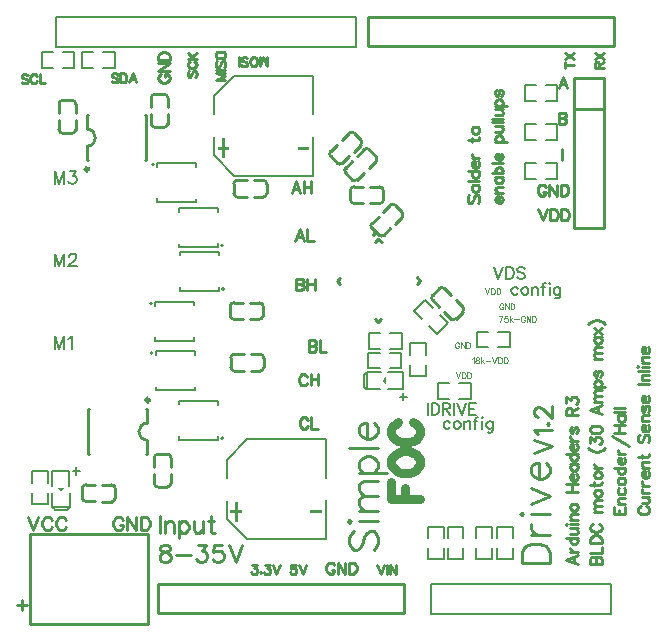
<source format=gto>
G04 Layer: TopSilkscreenLayer*
G04 EasyEDA v6.5.44, 2024-08-23 15:43:18*
G04 30d174a4fb68472d9a5c4a5b8d6f4b16,2865ae9118a24060a17af6d01c9bcc73,10*
G04 Gerber Generator version 0.2*
G04 Scale: 100 percent, Rotated: No, Reflected: No *
G04 Dimensions in millimeters *
G04 leading zeros omitted , absolute positions ,4 integer and 5 decimal *
%FSLAX45Y45*%
%MOMM*%

%ADD10C,0.2540*%
%ADD11C,0.8000*%
%ADD12C,0.2000*%
%ADD13C,0.1000*%
%ADD14C,0.2032*%
%ADD15C,0.1524*%
%ADD16C,0.1520*%
%ADD17C,0.1500*%
%ADD18C,0.2030*%
%ADD19C,0.3000*%
%ADD20C,0.0198*%

%LPD*%
D10*
X-885179Y-2900949D02*
G01*
X-845301Y-2900949D01*
X-866891Y-2929905D01*
X-855969Y-2929905D01*
X-848857Y-2933715D01*
X-845301Y-2937271D01*
X-841491Y-2948193D01*
X-841491Y-2955305D01*
X-845301Y-2966227D01*
X-852413Y-2973593D01*
X-863335Y-2977149D01*
X-874257Y-2977149D01*
X-885179Y-2973593D01*
X-888735Y-2970037D01*
X-892545Y-2962671D01*
X-813805Y-2959115D02*
G01*
X-817615Y-2962671D01*
X-813805Y-2966227D01*
X-810249Y-2962671D01*
X-813805Y-2959115D01*
X-779007Y-2900949D02*
G01*
X-738875Y-2900949D01*
X-760719Y-2929905D01*
X-749797Y-2929905D01*
X-742685Y-2933715D01*
X-738875Y-2937271D01*
X-735319Y-2948193D01*
X-735319Y-2955305D01*
X-738875Y-2966227D01*
X-746241Y-2973593D01*
X-757163Y-2977149D01*
X-768085Y-2977149D01*
X-779007Y-2973593D01*
X-782563Y-2970037D01*
X-786373Y-2962671D01*
X-711443Y-2900949D02*
G01*
X-682233Y-2977149D01*
X-653277Y-2900949D02*
G01*
X-682233Y-2977149D01*
X-2832851Y-3199145D02*
G01*
X-2832851Y-3280933D01*
X-2873745Y-3240039D02*
G01*
X-2791957Y-3240039D01*
X174444Y-2900934D02*
G01*
X203400Y-2977134D01*
X232610Y-2900934D02*
G01*
X203400Y-2977134D01*
X256486Y-2900934D02*
G01*
X256486Y-2977134D01*
X280616Y-2900934D02*
G01*
X280616Y-2977134D01*
X280616Y-2900934D02*
G01*
X331416Y-2977134D01*
X331416Y-2900934D02*
G01*
X331416Y-2977134D01*
X-189232Y-2903448D02*
G01*
X-193804Y-2894304D01*
X-202948Y-2885160D01*
X-212092Y-2880588D01*
X-230126Y-2880588D01*
X-239270Y-2885160D01*
X-248414Y-2894304D01*
X-252986Y-2903448D01*
X-257558Y-2917164D01*
X-257558Y-2939770D01*
X-252986Y-2953486D01*
X-248414Y-2962630D01*
X-239270Y-2971520D01*
X-230126Y-2976092D01*
X-212092Y-2976092D01*
X-202948Y-2971520D01*
X-193804Y-2962630D01*
X-189232Y-2953486D01*
X-189232Y-2939770D01*
X-212092Y-2939770D02*
G01*
X-189232Y-2939770D01*
X-159260Y-2880588D02*
G01*
X-159260Y-2976092D01*
X-159260Y-2880588D02*
G01*
X-95760Y-2976092D01*
X-95760Y-2880588D02*
G01*
X-95760Y-2976092D01*
X-65534Y-2880588D02*
G01*
X-65534Y-2976092D01*
X-65534Y-2880588D02*
G01*
X-33784Y-2880588D01*
X-20322Y-2885160D01*
X-11178Y-2894304D01*
X-6606Y-2903448D01*
X-2034Y-2917164D01*
X-2034Y-2939770D01*
X-6606Y-2953486D01*
X-11178Y-2962630D01*
X-20322Y-2971520D01*
X-33784Y-2976092D01*
X-65534Y-2976092D01*
X-518670Y-2900959D02*
G01*
X-554992Y-2900959D01*
X-558548Y-2933725D01*
X-554992Y-2929915D01*
X-544070Y-2926359D01*
X-533148Y-2926359D01*
X-522226Y-2929915D01*
X-514860Y-2937281D01*
X-511304Y-2948203D01*
X-511304Y-2955315D01*
X-514860Y-2966237D01*
X-522226Y-2973603D01*
X-533148Y-2977159D01*
X-544070Y-2977159D01*
X-554992Y-2973603D01*
X-558548Y-2970047D01*
X-562358Y-2962681D01*
X-487428Y-2900959D02*
G01*
X-458218Y-2977159D01*
X-429262Y-2900959D02*
G01*
X-458218Y-2977159D01*
X-1656361Y1252212D02*
G01*
X-1665505Y1247640D01*
X-1674649Y1238496D01*
X-1679221Y1229352D01*
X-1679221Y1211318D01*
X-1674649Y1202174D01*
X-1665505Y1193030D01*
X-1656361Y1188458D01*
X-1642899Y1183886D01*
X-1620039Y1183886D01*
X-1606323Y1188458D01*
X-1597433Y1193030D01*
X-1588289Y1202174D01*
X-1583717Y1211318D01*
X-1583717Y1229352D01*
X-1588289Y1238496D01*
X-1597433Y1247640D01*
X-1606323Y1252212D01*
X-1620039Y1252212D01*
X-1620039Y1229352D02*
G01*
X-1620039Y1252212D01*
X-1679221Y1282184D02*
G01*
X-1583717Y1282184D01*
X-1679221Y1282184D02*
G01*
X-1583717Y1345684D01*
X-1679221Y1345684D02*
G01*
X-1583717Y1345684D01*
X-1679221Y1375910D02*
G01*
X-1583717Y1375910D01*
X-1679221Y1375910D02*
G01*
X-1679221Y1407660D01*
X-1674649Y1421376D01*
X-1665505Y1430266D01*
X-1656361Y1434838D01*
X-1642899Y1439410D01*
X-1620039Y1439410D01*
X-1606323Y1434838D01*
X-1597433Y1430266D01*
X-1588289Y1421376D01*
X-1583717Y1407660D01*
X-1583717Y1375910D01*
X-2784858Y-2492273D02*
G01*
X-2741170Y-2606827D01*
X-2697482Y-2492273D02*
G01*
X-2741170Y-2606827D01*
X-2579626Y-2519451D02*
G01*
X-2585214Y-2508529D01*
X-2596136Y-2497607D01*
X-2607058Y-2492273D01*
X-2628648Y-2492273D01*
X-2639570Y-2497607D01*
X-2650492Y-2508529D01*
X-2656080Y-2519451D01*
X-2661414Y-2535961D01*
X-2661414Y-2563139D01*
X-2656080Y-2579395D01*
X-2650492Y-2590317D01*
X-2639570Y-2601239D01*
X-2628648Y-2606827D01*
X-2607058Y-2606827D01*
X-2596136Y-2601239D01*
X-2585214Y-2590317D01*
X-2579626Y-2579395D01*
X-2461770Y-2519451D02*
G01*
X-2467358Y-2508529D01*
X-2478280Y-2497607D01*
X-2489202Y-2492273D01*
X-2511046Y-2492273D01*
X-2521968Y-2497607D01*
X-2532636Y-2508529D01*
X-2538224Y-2519451D01*
X-2543558Y-2535961D01*
X-2543558Y-2563139D01*
X-2538224Y-2579395D01*
X-2532636Y-2590317D01*
X-2521968Y-2601239D01*
X-2511046Y-2606827D01*
X-2489202Y-2606827D01*
X-2478280Y-2601239D01*
X-2467358Y-2590317D01*
X-2461770Y-2579395D01*
X-1979056Y-2519568D02*
G01*
X-1984390Y-2508646D01*
X-1995312Y-2497724D01*
X-2006234Y-2492136D01*
X-2028078Y-2492136D01*
X-2039000Y-2497724D01*
X-2049922Y-2508646D01*
X-2055510Y-2519568D01*
X-2060844Y-2535824D01*
X-2060844Y-2563002D01*
X-2055510Y-2579512D01*
X-2049922Y-2590434D01*
X-2039000Y-2601356D01*
X-2028078Y-2606690D01*
X-2006234Y-2606690D01*
X-1995312Y-2601356D01*
X-1984390Y-2590434D01*
X-1979056Y-2579512D01*
X-1979056Y-2563002D01*
X-2006234Y-2563002D02*
G01*
X-1979056Y-2563002D01*
X-1942988Y-2492136D02*
G01*
X-1942988Y-2606690D01*
X-1942988Y-2492136D02*
G01*
X-1866788Y-2606690D01*
X-1866788Y-2492136D02*
G01*
X-1866788Y-2606690D01*
X-1830720Y-2492136D02*
G01*
X-1830720Y-2606690D01*
X-1830720Y-2492136D02*
G01*
X-1792366Y-2492136D01*
X-1776110Y-2497724D01*
X-1765188Y-2508646D01*
X-1759854Y-2519568D01*
X-1754266Y-2535824D01*
X-1754266Y-2563002D01*
X-1759854Y-2579512D01*
X-1765188Y-2590434D01*
X-1776110Y-2601356D01*
X-1792366Y-2606690D01*
X-1830720Y-2606690D01*
X1503588Y-1949338D02*
G01*
X1649130Y-1893966D01*
X1503588Y-1838594D02*
G01*
X1649130Y-1893966D01*
X1531274Y-1792874D02*
G01*
X1524416Y-1778904D01*
X1503588Y-1758330D01*
X1649130Y-1758330D01*
X1614332Y-1705498D02*
G01*
X1621444Y-1712610D01*
X1628302Y-1705498D01*
X1621444Y-1698640D01*
X1614332Y-1705498D01*
X1538132Y-1646062D02*
G01*
X1531274Y-1646062D01*
X1517304Y-1639204D01*
X1510446Y-1632092D01*
X1503588Y-1618376D01*
X1503588Y-1590690D01*
X1510446Y-1576720D01*
X1517304Y-1569862D01*
X1531274Y-1563004D01*
X1545244Y-1563004D01*
X1558960Y-1569862D01*
X1579788Y-1583578D01*
X1649130Y-1652920D01*
X1649130Y-1555892D01*
X1395333Y-2879994D02*
G01*
X1633839Y-2879994D01*
X1395333Y-2879994D02*
G01*
X1395333Y-2800492D01*
X1406763Y-2766456D01*
X1429369Y-2743596D01*
X1451975Y-2732166D01*
X1486265Y-2720990D01*
X1542907Y-2720990D01*
X1577197Y-2732166D01*
X1599803Y-2743596D01*
X1622663Y-2766456D01*
X1633839Y-2800492D01*
X1633839Y-2879994D01*
X1474835Y-2645806D02*
G01*
X1633839Y-2645806D01*
X1542907Y-2645806D02*
G01*
X1508871Y-2634630D01*
X1486265Y-2611770D01*
X1474835Y-2589164D01*
X1474835Y-2554874D01*
X1395333Y-2479944D02*
G01*
X1406763Y-2468514D01*
X1395333Y-2457338D01*
X1383903Y-2468514D01*
X1395333Y-2479944D01*
X1474835Y-2468514D02*
G01*
X1633839Y-2468514D01*
X1474835Y-2382154D02*
G01*
X1633839Y-2314082D01*
X1474835Y-2246010D02*
G01*
X1633839Y-2314082D01*
X1542907Y-2170826D02*
G01*
X1542907Y-2034428D01*
X1520301Y-2034428D01*
X1497441Y-2045858D01*
X1486265Y-2057288D01*
X1474835Y-2079894D01*
X1474835Y-2114184D01*
X1486265Y-2136790D01*
X1508871Y-2159650D01*
X1542907Y-2170826D01*
X1565767Y-2170826D01*
X1599803Y-2159650D01*
X1622663Y-2136790D01*
X1633839Y-2114184D01*
X1633839Y-2079894D01*
X1622663Y-2057288D01*
X1599803Y-2034428D01*
X-27807Y-2615844D02*
G01*
X-50413Y-2638704D01*
X-61843Y-2672740D01*
X-61843Y-2718206D01*
X-50413Y-2752242D01*
X-27807Y-2774848D01*
X-4947Y-2774848D01*
X17658Y-2763672D01*
X29088Y-2752242D01*
X40518Y-2729382D01*
X63124Y-2661310D01*
X74554Y-2638704D01*
X85984Y-2627274D01*
X108590Y-2615844D01*
X142880Y-2615844D01*
X165486Y-2638704D01*
X176916Y-2672740D01*
X176916Y-2718206D01*
X165486Y-2752242D01*
X142880Y-2774848D01*
X-61843Y-2540914D02*
G01*
X-50413Y-2529484D01*
X-61843Y-2518054D01*
X-73019Y-2529484D01*
X-61843Y-2540914D01*
X17658Y-2529484D02*
G01*
X176916Y-2529484D01*
X17658Y-2443124D02*
G01*
X176916Y-2443124D01*
X63124Y-2443124D02*
G01*
X29088Y-2409088D01*
X17658Y-2386228D01*
X17658Y-2352192D01*
X29088Y-2329586D01*
X63124Y-2318156D01*
X176916Y-2318156D01*
X63124Y-2318156D02*
G01*
X29088Y-2284120D01*
X17658Y-2261260D01*
X17658Y-2227224D01*
X29088Y-2204618D01*
X63124Y-2193188D01*
X176916Y-2193188D01*
X17658Y-2118258D02*
G01*
X256418Y-2118258D01*
X51948Y-2118258D02*
G01*
X29088Y-2095398D01*
X17658Y-2072792D01*
X17658Y-2038502D01*
X29088Y-2015896D01*
X51948Y-1993036D01*
X85984Y-1981860D01*
X108590Y-1981860D01*
X142880Y-1993036D01*
X165486Y-2015896D01*
X176916Y-2038502D01*
X176916Y-2072792D01*
X165486Y-2095398D01*
X142880Y-2118258D01*
X-61843Y-1906676D02*
G01*
X176916Y-1906676D01*
X85984Y-1831746D02*
G01*
X85984Y-1695348D01*
X63124Y-1695348D01*
X40518Y-1706778D01*
X29088Y-1718208D01*
X17658Y-1740814D01*
X17658Y-1774850D01*
X29088Y-1797710D01*
X51948Y-1820316D01*
X85984Y-1831746D01*
X108590Y-1831746D01*
X142880Y-1820316D01*
X165486Y-1797710D01*
X176916Y-1774850D01*
X176916Y-1740814D01*
X165486Y-1718208D01*
X142880Y-1695348D01*
D11*
X293756Y-2343048D02*
G01*
X532516Y-2343048D01*
X293756Y-2343048D02*
G01*
X293756Y-2195474D01*
X407548Y-2343048D02*
G01*
X407548Y-2252370D01*
X293756Y-2052218D02*
G01*
X305186Y-2075078D01*
X327792Y-2097684D01*
X350652Y-2109114D01*
X384688Y-2120544D01*
X441584Y-2120544D01*
X475620Y-2109114D01*
X498480Y-2097684D01*
X521086Y-2075078D01*
X532516Y-2052218D01*
X532516Y-2006752D01*
X521086Y-1984146D01*
X498480Y-1961286D01*
X475620Y-1949856D01*
X441584Y-1938680D01*
X384688Y-1938680D01*
X350652Y-1949856D01*
X327792Y-1961286D01*
X305186Y-1984146D01*
X293756Y-2006752D01*
X293756Y-2052218D01*
X350652Y-1693062D02*
G01*
X327792Y-1704492D01*
X305186Y-1727352D01*
X293756Y-1749958D01*
X293756Y-1795424D01*
X305186Y-1818284D01*
X327792Y-1840890D01*
X350652Y-1852320D01*
X384688Y-1863496D01*
X441584Y-1863496D01*
X475620Y-1852320D01*
X498480Y-1840890D01*
X521086Y-1818284D01*
X532516Y-1795424D01*
X532516Y-1749958D01*
X521086Y-1727352D01*
X498480Y-1704492D01*
X475620Y-1693062D01*
D10*
X1775317Y-2856372D02*
G01*
X1870821Y-2892694D01*
X1775317Y-2856372D02*
G01*
X1870821Y-2820050D01*
X1838817Y-2878978D02*
G01*
X1838817Y-2833512D01*
X1807067Y-2790078D02*
G01*
X1870821Y-2790078D01*
X1834245Y-2790078D02*
G01*
X1820783Y-2785506D01*
X1811639Y-2776362D01*
X1807067Y-2767218D01*
X1807067Y-2753502D01*
X1775317Y-2669174D02*
G01*
X1870821Y-2669174D01*
X1820783Y-2669174D02*
G01*
X1811639Y-2678064D01*
X1807067Y-2687208D01*
X1807067Y-2700924D01*
X1811639Y-2710068D01*
X1820783Y-2718958D01*
X1834245Y-2723530D01*
X1843389Y-2723530D01*
X1857105Y-2718958D01*
X1866249Y-2710068D01*
X1870821Y-2700924D01*
X1870821Y-2687208D01*
X1866249Y-2678064D01*
X1857105Y-2669174D01*
X1807067Y-2638948D02*
G01*
X1852533Y-2638948D01*
X1866249Y-2634630D01*
X1870821Y-2625486D01*
X1870821Y-2611770D01*
X1866249Y-2602626D01*
X1852533Y-2589164D01*
X1807067Y-2589164D02*
G01*
X1870821Y-2589164D01*
X1775317Y-2558938D02*
G01*
X1779889Y-2554620D01*
X1775317Y-2550048D01*
X1770745Y-2554620D01*
X1775317Y-2558938D01*
X1807067Y-2554620D02*
G01*
X1870821Y-2554620D01*
X1807067Y-2520076D02*
G01*
X1870821Y-2520076D01*
X1825355Y-2520076D02*
G01*
X1811639Y-2506360D01*
X1807067Y-2497216D01*
X1807067Y-2483500D01*
X1811639Y-2474610D01*
X1825355Y-2470038D01*
X1870821Y-2470038D01*
X1807067Y-2417206D02*
G01*
X1811639Y-2426350D01*
X1820783Y-2435494D01*
X1834245Y-2440066D01*
X1843389Y-2440066D01*
X1857105Y-2435494D01*
X1866249Y-2426350D01*
X1870821Y-2417206D01*
X1870821Y-2403490D01*
X1866249Y-2394600D01*
X1857105Y-2385456D01*
X1843389Y-2380884D01*
X1834245Y-2380884D01*
X1820783Y-2385456D01*
X1811639Y-2394600D01*
X1807067Y-2403490D01*
X1807067Y-2417206D01*
X1775317Y-2280808D02*
G01*
X1870821Y-2280808D01*
X1775317Y-2217308D02*
G01*
X1870821Y-2217308D01*
X1820783Y-2280808D02*
G01*
X1820783Y-2217308D01*
X1834245Y-2187336D02*
G01*
X1834245Y-2132726D01*
X1825355Y-2132726D01*
X1816211Y-2137298D01*
X1811639Y-2141870D01*
X1807067Y-2150760D01*
X1807067Y-2164476D01*
X1811639Y-2173620D01*
X1820783Y-2182764D01*
X1834245Y-2187336D01*
X1843389Y-2187336D01*
X1857105Y-2182764D01*
X1866249Y-2173620D01*
X1870821Y-2164476D01*
X1870821Y-2150760D01*
X1866249Y-2141870D01*
X1857105Y-2132726D01*
X1807067Y-2048144D02*
G01*
X1870821Y-2048144D01*
X1820783Y-2048144D02*
G01*
X1811639Y-2057288D01*
X1807067Y-2066432D01*
X1807067Y-2079894D01*
X1811639Y-2089038D01*
X1820783Y-2098182D01*
X1834245Y-2102754D01*
X1843389Y-2102754D01*
X1857105Y-2098182D01*
X1866249Y-2089038D01*
X1870821Y-2079894D01*
X1870821Y-2066432D01*
X1866249Y-2057288D01*
X1857105Y-2048144D01*
X1775317Y-1963562D02*
G01*
X1870821Y-1963562D01*
X1820783Y-1963562D02*
G01*
X1811639Y-1972706D01*
X1807067Y-1981850D01*
X1807067Y-1995312D01*
X1811639Y-2004456D01*
X1820783Y-2013600D01*
X1834245Y-2018172D01*
X1843389Y-2018172D01*
X1857105Y-2013600D01*
X1866249Y-2004456D01*
X1870821Y-1995312D01*
X1870821Y-1981850D01*
X1866249Y-1972706D01*
X1857105Y-1963562D01*
X1834245Y-1933590D02*
G01*
X1834245Y-1878980D01*
X1825355Y-1878980D01*
X1816211Y-1883552D01*
X1811639Y-1888124D01*
X1807067Y-1897268D01*
X1807067Y-1910984D01*
X1811639Y-1919874D01*
X1820783Y-1929018D01*
X1834245Y-1933590D01*
X1843389Y-1933590D01*
X1857105Y-1929018D01*
X1866249Y-1919874D01*
X1870821Y-1910984D01*
X1870821Y-1897268D01*
X1866249Y-1888124D01*
X1857105Y-1878980D01*
X1807067Y-1849008D02*
G01*
X1870821Y-1849008D01*
X1834245Y-1849008D02*
G01*
X1820783Y-1844436D01*
X1811639Y-1835546D01*
X1807067Y-1826402D01*
X1807067Y-1812686D01*
X1820783Y-1732676D02*
G01*
X1811639Y-1737248D01*
X1807067Y-1750964D01*
X1807067Y-1764426D01*
X1811639Y-1778142D01*
X1820783Y-1782714D01*
X1829673Y-1778142D01*
X1834245Y-1768998D01*
X1838817Y-1746392D01*
X1843389Y-1737248D01*
X1852533Y-1732676D01*
X1857105Y-1732676D01*
X1866249Y-1737248D01*
X1870821Y-1750964D01*
X1870821Y-1764426D01*
X1866249Y-1778142D01*
X1857105Y-1782714D01*
X1775317Y-1632600D02*
G01*
X1870821Y-1632600D01*
X1775317Y-1632600D02*
G01*
X1775317Y-1591706D01*
X1779889Y-1578244D01*
X1784461Y-1573672D01*
X1793351Y-1569100D01*
X1802495Y-1569100D01*
X1811639Y-1573672D01*
X1816211Y-1578244D01*
X1820783Y-1591706D01*
X1820783Y-1632600D01*
X1820783Y-1600850D02*
G01*
X1870821Y-1569100D01*
X1775317Y-1529984D02*
G01*
X1775317Y-1479946D01*
X1811639Y-1507124D01*
X1811639Y-1493662D01*
X1816211Y-1484518D01*
X1820783Y-1479946D01*
X1834245Y-1475374D01*
X1843389Y-1475374D01*
X1857105Y-1479946D01*
X1866249Y-1489090D01*
X1870821Y-1502806D01*
X1870821Y-1516268D01*
X1866249Y-1529984D01*
X1861677Y-1534556D01*
X1852533Y-1539128D01*
X1976739Y-2892694D02*
G01*
X2072243Y-2892694D01*
X1976739Y-2892694D02*
G01*
X1976739Y-2851800D01*
X1981311Y-2838084D01*
X1985883Y-2833512D01*
X1995027Y-2828940D01*
X2004171Y-2828940D01*
X2013315Y-2833512D01*
X2017633Y-2838084D01*
X2022205Y-2851800D01*
X2022205Y-2892694D02*
G01*
X2022205Y-2851800D01*
X2026777Y-2838084D01*
X2031349Y-2833512D01*
X2040493Y-2828940D01*
X2054209Y-2828940D01*
X2063099Y-2833512D01*
X2067671Y-2838084D01*
X2072243Y-2851800D01*
X2072243Y-2892694D01*
X1976739Y-2798968D02*
G01*
X2072243Y-2798968D01*
X2072243Y-2798968D02*
G01*
X2072243Y-2744612D01*
X1976739Y-2714386D02*
G01*
X2072243Y-2714386D01*
X1976739Y-2714386D02*
G01*
X1976739Y-2682636D01*
X1981311Y-2669174D01*
X1990455Y-2660030D01*
X1999599Y-2655458D01*
X2013315Y-2650886D01*
X2035921Y-2650886D01*
X2049637Y-2655458D01*
X2058781Y-2660030D01*
X2067671Y-2669174D01*
X2072243Y-2682636D01*
X2072243Y-2714386D01*
X1999599Y-2552588D02*
G01*
X1990455Y-2557160D01*
X1981311Y-2566304D01*
X1976739Y-2575448D01*
X1976739Y-2593482D01*
X1981311Y-2602626D01*
X1990455Y-2611770D01*
X1999599Y-2616342D01*
X2013315Y-2620914D01*
X2035921Y-2620914D01*
X2049637Y-2616342D01*
X2058781Y-2611770D01*
X2067671Y-2602626D01*
X2072243Y-2593482D01*
X2072243Y-2575448D01*
X2067671Y-2566304D01*
X2058781Y-2557160D01*
X2049637Y-2552588D01*
X2008743Y-2452766D02*
G01*
X2072243Y-2452766D01*
X2026777Y-2452766D02*
G01*
X2013315Y-2439050D01*
X2008743Y-2429906D01*
X2008743Y-2416444D01*
X2013315Y-2407300D01*
X2026777Y-2402728D01*
X2072243Y-2402728D01*
X2026777Y-2402728D02*
G01*
X2013315Y-2389012D01*
X2008743Y-2379868D01*
X2008743Y-2366406D01*
X2013315Y-2357262D01*
X2026777Y-2352690D01*
X2072243Y-2352690D01*
X2008743Y-2299858D02*
G01*
X2013315Y-2309002D01*
X2022205Y-2318146D01*
X2035921Y-2322718D01*
X2045065Y-2322718D01*
X2058781Y-2318146D01*
X2067671Y-2309002D01*
X2072243Y-2299858D01*
X2072243Y-2286396D01*
X2067671Y-2277252D01*
X2058781Y-2268108D01*
X2045065Y-2263536D01*
X2035921Y-2263536D01*
X2022205Y-2268108D01*
X2013315Y-2277252D01*
X2008743Y-2286396D01*
X2008743Y-2299858D01*
X1976739Y-2219848D02*
G01*
X2054209Y-2219848D01*
X2067671Y-2215530D01*
X2072243Y-2206386D01*
X2072243Y-2197242D01*
X2008743Y-2233564D02*
G01*
X2008743Y-2201814D01*
X2008743Y-2144410D02*
G01*
X2013315Y-2153554D01*
X2022205Y-2162698D01*
X2035921Y-2167270D01*
X2045065Y-2167270D01*
X2058781Y-2162698D01*
X2067671Y-2153554D01*
X2072243Y-2144410D01*
X2072243Y-2130948D01*
X2067671Y-2121804D01*
X2058781Y-2112660D01*
X2045065Y-2108088D01*
X2035921Y-2108088D01*
X2022205Y-2112660D01*
X2013315Y-2121804D01*
X2008743Y-2130948D01*
X2008743Y-2144410D01*
X2008743Y-2078116D02*
G01*
X2072243Y-2078116D01*
X2035921Y-2078116D02*
G01*
X2022205Y-2073544D01*
X2013315Y-2064400D01*
X2008743Y-2055510D01*
X2008743Y-2041794D01*
X1958705Y-1909968D02*
G01*
X1967849Y-1919112D01*
X1981311Y-1928256D01*
X1999599Y-1937146D01*
X2022205Y-1941718D01*
X2040493Y-1941718D01*
X2063099Y-1937146D01*
X2081387Y-1928256D01*
X2095103Y-1919112D01*
X2103993Y-1909968D01*
X1976739Y-1870852D02*
G01*
X1976739Y-1820814D01*
X2013315Y-1848246D01*
X2013315Y-1834530D01*
X2017633Y-1825386D01*
X2022205Y-1820814D01*
X2035921Y-1816242D01*
X2045065Y-1816242D01*
X2058781Y-1820814D01*
X2067671Y-1829958D01*
X2072243Y-1843674D01*
X2072243Y-1857136D01*
X2067671Y-1870852D01*
X2063099Y-1875424D01*
X2054209Y-1879996D01*
X1976739Y-1759092D02*
G01*
X1981311Y-1772808D01*
X1995027Y-1781698D01*
X2017633Y-1786270D01*
X2031349Y-1786270D01*
X2054209Y-1781698D01*
X2067671Y-1772808D01*
X2072243Y-1759092D01*
X2072243Y-1749948D01*
X2067671Y-1736232D01*
X2054209Y-1727342D01*
X2031349Y-1722770D01*
X2017633Y-1722770D01*
X1995027Y-1727342D01*
X1981311Y-1736232D01*
X1976739Y-1749948D01*
X1976739Y-1759092D01*
X1976739Y-1586372D02*
G01*
X2072243Y-1622694D01*
X1976739Y-1586372D02*
G01*
X2072243Y-1550050D01*
X2040493Y-1608978D02*
G01*
X2040493Y-1563512D01*
X2008743Y-1520078D02*
G01*
X2072243Y-1520078D01*
X2026777Y-1520078D02*
G01*
X2013315Y-1506362D01*
X2008743Y-1497218D01*
X2008743Y-1483502D01*
X2013315Y-1474612D01*
X2026777Y-1470040D01*
X2072243Y-1470040D01*
X2026777Y-1470040D02*
G01*
X2013315Y-1456324D01*
X2008743Y-1447180D01*
X2008743Y-1433718D01*
X2013315Y-1424574D01*
X2026777Y-1420002D01*
X2072243Y-1420002D01*
X2008743Y-1390030D02*
G01*
X2103993Y-1390030D01*
X2022205Y-1390030D02*
G01*
X2013315Y-1380886D01*
X2008743Y-1371742D01*
X2008743Y-1358026D01*
X2013315Y-1349136D01*
X2022205Y-1339992D01*
X2035921Y-1335420D01*
X2045065Y-1335420D01*
X2058781Y-1339992D01*
X2067671Y-1349136D01*
X2072243Y-1358026D01*
X2072243Y-1371742D01*
X2067671Y-1380886D01*
X2058781Y-1390030D01*
X2022205Y-1255410D02*
G01*
X2013315Y-1259982D01*
X2008743Y-1273698D01*
X2008743Y-1287160D01*
X2013315Y-1300876D01*
X2022205Y-1305448D01*
X2031349Y-1300876D01*
X2035921Y-1291732D01*
X2040493Y-1269126D01*
X2045065Y-1259982D01*
X2054209Y-1255410D01*
X2058781Y-1255410D01*
X2067671Y-1259982D01*
X2072243Y-1273698D01*
X2072243Y-1287160D01*
X2067671Y-1300876D01*
X2058781Y-1305448D01*
X2008743Y-1155334D02*
G01*
X2072243Y-1155334D01*
X2026777Y-1155334D02*
G01*
X2013315Y-1141872D01*
X2008743Y-1132728D01*
X2008743Y-1119012D01*
X2013315Y-1109868D01*
X2026777Y-1105296D01*
X2072243Y-1105296D01*
X2026777Y-1105296D02*
G01*
X2013315Y-1091834D01*
X2008743Y-1082690D01*
X2008743Y-1068974D01*
X2013315Y-1060084D01*
X2026777Y-1055512D01*
X2072243Y-1055512D01*
X2008743Y-970930D02*
G01*
X2072243Y-970930D01*
X2022205Y-970930D02*
G01*
X2013315Y-980074D01*
X2008743Y-988964D01*
X2008743Y-1002680D01*
X2013315Y-1011824D01*
X2022205Y-1020968D01*
X2035921Y-1025540D01*
X2045065Y-1025540D01*
X2058781Y-1020968D01*
X2067671Y-1011824D01*
X2072243Y-1002680D01*
X2072243Y-988964D01*
X2067671Y-980074D01*
X2058781Y-970930D01*
X2008743Y-940958D02*
G01*
X2072243Y-890920D01*
X2008743Y-890920D02*
G01*
X2072243Y-940958D01*
X1958705Y-860948D02*
G01*
X1967849Y-851804D01*
X1981311Y-842660D01*
X1999599Y-833516D01*
X2022205Y-828944D01*
X2040493Y-828944D01*
X2063099Y-833516D01*
X2081387Y-842660D01*
X2095103Y-851804D01*
X2103993Y-860948D01*
X2178415Y-2472578D02*
G01*
X2273919Y-2472578D01*
X2178415Y-2472578D02*
G01*
X2178415Y-2413650D01*
X2223881Y-2472578D02*
G01*
X2223881Y-2436256D01*
X2273919Y-2472578D02*
G01*
X2273919Y-2413650D01*
X2210165Y-2383678D02*
G01*
X2273919Y-2383678D01*
X2228453Y-2383678D02*
G01*
X2214737Y-2369962D01*
X2210165Y-2360818D01*
X2210165Y-2347356D01*
X2214737Y-2338212D01*
X2228453Y-2333640D01*
X2273919Y-2333640D01*
X2223881Y-2249058D02*
G01*
X2214737Y-2258202D01*
X2210165Y-2267346D01*
X2210165Y-2280808D01*
X2214737Y-2289952D01*
X2223881Y-2299096D01*
X2237597Y-2303668D01*
X2246741Y-2303668D01*
X2260203Y-2299096D01*
X2269347Y-2289952D01*
X2273919Y-2280808D01*
X2273919Y-2267346D01*
X2269347Y-2258202D01*
X2260203Y-2249058D01*
X2210165Y-2196226D02*
G01*
X2214737Y-2205370D01*
X2223881Y-2214514D01*
X2237597Y-2219086D01*
X2246741Y-2219086D01*
X2260203Y-2214514D01*
X2269347Y-2205370D01*
X2273919Y-2196226D01*
X2273919Y-2182764D01*
X2269347Y-2173620D01*
X2260203Y-2164476D01*
X2246741Y-2159904D01*
X2237597Y-2159904D01*
X2223881Y-2164476D01*
X2214737Y-2173620D01*
X2210165Y-2182764D01*
X2210165Y-2196226D01*
X2178415Y-2075322D02*
G01*
X2273919Y-2075322D01*
X2223881Y-2075322D02*
G01*
X2214737Y-2084466D01*
X2210165Y-2093610D01*
X2210165Y-2107326D01*
X2214737Y-2116216D01*
X2223881Y-2125360D01*
X2237597Y-2129932D01*
X2246741Y-2129932D01*
X2260203Y-2125360D01*
X2269347Y-2116216D01*
X2273919Y-2107326D01*
X2273919Y-2093610D01*
X2269347Y-2084466D01*
X2260203Y-2075322D01*
X2237597Y-2045350D02*
G01*
X2237597Y-1990994D01*
X2228453Y-1990994D01*
X2219309Y-1995312D01*
X2214737Y-1999884D01*
X2210165Y-2009028D01*
X2210165Y-2022744D01*
X2214737Y-2031888D01*
X2223881Y-2040778D01*
X2237597Y-2045350D01*
X2246741Y-2045350D01*
X2260203Y-2040778D01*
X2269347Y-2031888D01*
X2273919Y-2022744D01*
X2273919Y-2009028D01*
X2269347Y-1999884D01*
X2260203Y-1990994D01*
X2210165Y-1960768D02*
G01*
X2273919Y-1960768D01*
X2237597Y-1960768D02*
G01*
X2223881Y-1956450D01*
X2214737Y-1947306D01*
X2210165Y-1938162D01*
X2210165Y-1924446D01*
X2160381Y-1812686D02*
G01*
X2305669Y-1894474D01*
X2178415Y-1782714D02*
G01*
X2273919Y-1782714D01*
X2178415Y-1718960D02*
G01*
X2273919Y-1718960D01*
X2223881Y-1782714D02*
G01*
X2223881Y-1718960D01*
X2210165Y-1634632D02*
G01*
X2273919Y-1634632D01*
X2223881Y-1634632D02*
G01*
X2214737Y-1643522D01*
X2210165Y-1652666D01*
X2210165Y-1666382D01*
X2214737Y-1675526D01*
X2223881Y-1684416D01*
X2237597Y-1688988D01*
X2246741Y-1688988D01*
X2260203Y-1684416D01*
X2269347Y-1675526D01*
X2273919Y-1666382D01*
X2273919Y-1652666D01*
X2269347Y-1643522D01*
X2260203Y-1634632D01*
X2178415Y-1604406D02*
G01*
X2273919Y-1604406D01*
X2178415Y-1574434D02*
G01*
X2273919Y-1574434D01*
X2402697Y-2404506D02*
G01*
X2393807Y-2409078D01*
X2384663Y-2418222D01*
X2380091Y-2427366D01*
X2380091Y-2445400D01*
X2384663Y-2454544D01*
X2393807Y-2463688D01*
X2402697Y-2468260D01*
X2416413Y-2472578D01*
X2439019Y-2472578D01*
X2452735Y-2468260D01*
X2461879Y-2463688D01*
X2471023Y-2454544D01*
X2475595Y-2445400D01*
X2475595Y-2427366D01*
X2471023Y-2418222D01*
X2461879Y-2409078D01*
X2452735Y-2404506D01*
X2411841Y-2374534D02*
G01*
X2457307Y-2374534D01*
X2471023Y-2369962D01*
X2475595Y-2360818D01*
X2475595Y-2347356D01*
X2471023Y-2338212D01*
X2457307Y-2324496D01*
X2411841Y-2324496D02*
G01*
X2475595Y-2324496D01*
X2411841Y-2294524D02*
G01*
X2475595Y-2294524D01*
X2439019Y-2294524D02*
G01*
X2425557Y-2289952D01*
X2416413Y-2280808D01*
X2411841Y-2271664D01*
X2411841Y-2258202D01*
X2411841Y-2228230D02*
G01*
X2475595Y-2228230D01*
X2439019Y-2228230D02*
G01*
X2425557Y-2223658D01*
X2416413Y-2214514D01*
X2411841Y-2205370D01*
X2411841Y-2191908D01*
X2439019Y-2161682D02*
G01*
X2439019Y-2107326D01*
X2430129Y-2107326D01*
X2420985Y-2111898D01*
X2416413Y-2116216D01*
X2411841Y-2125360D01*
X2411841Y-2139076D01*
X2416413Y-2148220D01*
X2425557Y-2157364D01*
X2439019Y-2161682D01*
X2448163Y-2161682D01*
X2461879Y-2157364D01*
X2471023Y-2148220D01*
X2475595Y-2139076D01*
X2475595Y-2125360D01*
X2471023Y-2116216D01*
X2461879Y-2107326D01*
X2411841Y-2077354D02*
G01*
X2475595Y-2077354D01*
X2430129Y-2077354D02*
G01*
X2416413Y-2063638D01*
X2411841Y-2054494D01*
X2411841Y-2040778D01*
X2416413Y-2031888D01*
X2430129Y-2027316D01*
X2475595Y-2027316D01*
X2380091Y-1983628D02*
G01*
X2457307Y-1983628D01*
X2471023Y-1979056D01*
X2475595Y-1969912D01*
X2475595Y-1960768D01*
X2411841Y-1997344D02*
G01*
X2411841Y-1965340D01*
X2393807Y-1797192D02*
G01*
X2384663Y-1806336D01*
X2380091Y-1820052D01*
X2380091Y-1838086D01*
X2384663Y-1851802D01*
X2393807Y-1860946D01*
X2402697Y-1860946D01*
X2411841Y-1856374D01*
X2416413Y-1851802D01*
X2420985Y-1842658D01*
X2430129Y-1815480D01*
X2434701Y-1806336D01*
X2439019Y-1801764D01*
X2448163Y-1797192D01*
X2461879Y-1797192D01*
X2471023Y-1806336D01*
X2475595Y-1820052D01*
X2475595Y-1838086D01*
X2471023Y-1851802D01*
X2461879Y-1860946D01*
X2439019Y-1767220D02*
G01*
X2439019Y-1712610D01*
X2430129Y-1712610D01*
X2420985Y-1717182D01*
X2416413Y-1721754D01*
X2411841Y-1730898D01*
X2411841Y-1744614D01*
X2416413Y-1753504D01*
X2425557Y-1762648D01*
X2439019Y-1767220D01*
X2448163Y-1767220D01*
X2461879Y-1762648D01*
X2471023Y-1753504D01*
X2475595Y-1744614D01*
X2475595Y-1730898D01*
X2471023Y-1721754D01*
X2461879Y-1712610D01*
X2411841Y-1682638D02*
G01*
X2475595Y-1682638D01*
X2430129Y-1682638D02*
G01*
X2416413Y-1669176D01*
X2411841Y-1660032D01*
X2411841Y-1646316D01*
X2416413Y-1637172D01*
X2430129Y-1632600D01*
X2475595Y-1632600D01*
X2425557Y-1552590D02*
G01*
X2416413Y-1557162D01*
X2411841Y-1570878D01*
X2411841Y-1584594D01*
X2416413Y-1598056D01*
X2425557Y-1602628D01*
X2434701Y-1598056D01*
X2439019Y-1589166D01*
X2443591Y-1566306D01*
X2448163Y-1557162D01*
X2457307Y-1552590D01*
X2461879Y-1552590D01*
X2471023Y-1557162D01*
X2475595Y-1570878D01*
X2475595Y-1584594D01*
X2471023Y-1598056D01*
X2461879Y-1602628D01*
X2439019Y-1522618D02*
G01*
X2439019Y-1468262D01*
X2430129Y-1468262D01*
X2420985Y-1472580D01*
X2416413Y-1477152D01*
X2411841Y-1486296D01*
X2411841Y-1500012D01*
X2416413Y-1509156D01*
X2425557Y-1518046D01*
X2439019Y-1522618D01*
X2448163Y-1522618D01*
X2461879Y-1518046D01*
X2471023Y-1509156D01*
X2475595Y-1500012D01*
X2475595Y-1486296D01*
X2471023Y-1477152D01*
X2461879Y-1468262D01*
X2380091Y-1368186D02*
G01*
X2475595Y-1368186D01*
X2411841Y-1338214D02*
G01*
X2475595Y-1338214D01*
X2430129Y-1338214D02*
G01*
X2416413Y-1324498D01*
X2411841Y-1315354D01*
X2411841Y-1301892D01*
X2416413Y-1292748D01*
X2430129Y-1288176D01*
X2475595Y-1288176D01*
X2380091Y-1258204D02*
G01*
X2475595Y-1258204D01*
X2380091Y-1228232D02*
G01*
X2384663Y-1223660D01*
X2380091Y-1219088D01*
X2375519Y-1223660D01*
X2380091Y-1228232D01*
X2411841Y-1223660D02*
G01*
X2475595Y-1223660D01*
X2411841Y-1189116D02*
G01*
X2475595Y-1189116D01*
X2430129Y-1189116D02*
G01*
X2416413Y-1175400D01*
X2411841Y-1166256D01*
X2411841Y-1152794D01*
X2416413Y-1143650D01*
X2430129Y-1139078D01*
X2475595Y-1139078D01*
X2439019Y-1109106D02*
G01*
X2439019Y-1054496D01*
X2430129Y-1054496D01*
X2420985Y-1059068D01*
X2416413Y-1063640D01*
X2411841Y-1072784D01*
X2411841Y-1086246D01*
X2416413Y-1095390D01*
X2425557Y-1104534D01*
X2439019Y-1109106D01*
X2448163Y-1109106D01*
X2461879Y-1104534D01*
X2471023Y-1095390D01*
X2475595Y-1086246D01*
X2475595Y-1072784D01*
X2471023Y-1063640D01*
X2461879Y-1054496D01*
X1536700Y113537D02*
G01*
X1573022Y18034D01*
X1609344Y113537D02*
G01*
X1573022Y18034D01*
X1639315Y113537D02*
G01*
X1639315Y18034D01*
X1639315Y113537D02*
G01*
X1671320Y113537D01*
X1684782Y108965D01*
X1693926Y100076D01*
X1698498Y90931D01*
X1703070Y77215D01*
X1703070Y54610D01*
X1698498Y40894D01*
X1693926Y31750D01*
X1684782Y22605D01*
X1671320Y18034D01*
X1639315Y18034D01*
X1733042Y113537D02*
G01*
X1733042Y18034D01*
X1733042Y113537D02*
G01*
X1764792Y113537D01*
X1778508Y108965D01*
X1787652Y100076D01*
X1792224Y90931D01*
X1796796Y77215D01*
X1796796Y54610D01*
X1792224Y40894D01*
X1787652Y31750D01*
X1778508Y22605D01*
X1764792Y18034D01*
X1733042Y18034D01*
X1601327Y297037D02*
G01*
X1597009Y306181D01*
X1587865Y315071D01*
X1578721Y319643D01*
X1560433Y319643D01*
X1551543Y315071D01*
X1542399Y306181D01*
X1537827Y297037D01*
X1533255Y283321D01*
X1533255Y260715D01*
X1537827Y246999D01*
X1542399Y237855D01*
X1551543Y228711D01*
X1560433Y224139D01*
X1578721Y224139D01*
X1587865Y228711D01*
X1597009Y237855D01*
X1601327Y246999D01*
X1601327Y260715D01*
X1578721Y260715D02*
G01*
X1601327Y260715D01*
X1631553Y319643D02*
G01*
X1631553Y224139D01*
X1631553Y319643D02*
G01*
X1695053Y224139D01*
X1695053Y319643D02*
G01*
X1695053Y224139D01*
X1725025Y319643D02*
G01*
X1725025Y224139D01*
X1725025Y319643D02*
G01*
X1756775Y319643D01*
X1770491Y315071D01*
X1779635Y306181D01*
X1784207Y297037D01*
X1788779Y283321D01*
X1788779Y260715D01*
X1784207Y246999D01*
X1779635Y237855D01*
X1770491Y228711D01*
X1756775Y224139D01*
X1725025Y224139D01*
X1733550Y621537D02*
G01*
X1733550Y526034D01*
X1711055Y929243D02*
G01*
X1711055Y833739D01*
X1711055Y929243D02*
G01*
X1751949Y929243D01*
X1765665Y924671D01*
X1770237Y920099D01*
X1774809Y911209D01*
X1774809Y902065D01*
X1770237Y892921D01*
X1765665Y888349D01*
X1751949Y883777D01*
X1711055Y883777D02*
G01*
X1751949Y883777D01*
X1765665Y879205D01*
X1770237Y874887D01*
X1774809Y865743D01*
X1774809Y852027D01*
X1770237Y842883D01*
X1765665Y838311D01*
X1751949Y833739D01*
X1711055Y833739D01*
X1747377Y1234043D02*
G01*
X1711055Y1138539D01*
X1747377Y1234043D02*
G01*
X1783699Y1138539D01*
X1724771Y1170543D02*
G01*
X1770237Y1170543D01*
D12*
X1162050Y-381762D02*
G01*
X1198372Y-477265D01*
X1234694Y-381762D02*
G01*
X1198372Y-477265D01*
X1264665Y-381762D02*
G01*
X1264665Y-477265D01*
X1264665Y-381762D02*
G01*
X1296415Y-381762D01*
X1310132Y-386334D01*
X1319276Y-395478D01*
X1323848Y-404622D01*
X1328420Y-418084D01*
X1328420Y-440944D01*
X1323848Y-454405D01*
X1319276Y-463550D01*
X1310132Y-472694D01*
X1296415Y-477265D01*
X1264665Y-477265D01*
X1421892Y-395478D02*
G01*
X1412748Y-386334D01*
X1399286Y-381762D01*
X1380998Y-381762D01*
X1367282Y-386334D01*
X1358392Y-395478D01*
X1358392Y-404622D01*
X1362964Y-413512D01*
X1367282Y-418084D01*
X1376426Y-422655D01*
X1403858Y-431800D01*
X1412748Y-436372D01*
X1417320Y-440944D01*
X1421892Y-450088D01*
X1421892Y-463550D01*
X1412748Y-472694D01*
X1399286Y-477265D01*
X1380998Y-477265D01*
X1367282Y-472694D01*
X1358392Y-463550D01*
X1362456Y-560578D02*
G01*
X1353565Y-551434D01*
X1344422Y-546862D01*
X1330706Y-546862D01*
X1321562Y-551434D01*
X1312418Y-560578D01*
X1308100Y-574294D01*
X1308100Y-583438D01*
X1312418Y-596900D01*
X1321562Y-606044D01*
X1330706Y-610615D01*
X1344422Y-610615D01*
X1353565Y-606044D01*
X1362456Y-596900D01*
X1415288Y-546862D02*
G01*
X1406144Y-551434D01*
X1397000Y-560578D01*
X1392428Y-574294D01*
X1392428Y-583438D01*
X1397000Y-596900D01*
X1406144Y-606044D01*
X1415288Y-610615D01*
X1429004Y-610615D01*
X1437894Y-606044D01*
X1447038Y-596900D01*
X1451610Y-583438D01*
X1451610Y-574294D01*
X1447038Y-560578D01*
X1437894Y-551434D01*
X1429004Y-546862D01*
X1415288Y-546862D01*
X1481582Y-546862D02*
G01*
X1481582Y-610615D01*
X1481582Y-565150D02*
G01*
X1495298Y-551434D01*
X1504442Y-546862D01*
X1517904Y-546862D01*
X1527048Y-551434D01*
X1531620Y-565150D01*
X1531620Y-610615D01*
X1597914Y-515112D02*
G01*
X1588770Y-515112D01*
X1579880Y-519684D01*
X1575308Y-533400D01*
X1575308Y-610615D01*
X1561592Y-546862D02*
G01*
X1593342Y-546862D01*
X1627886Y-515112D02*
G01*
X1632458Y-519684D01*
X1637030Y-515112D01*
X1632458Y-510539D01*
X1627886Y-515112D01*
X1632458Y-546862D02*
G01*
X1632458Y-610615D01*
X1721612Y-546862D02*
G01*
X1721612Y-619760D01*
X1717040Y-633222D01*
X1712468Y-637794D01*
X1703324Y-642365D01*
X1689862Y-642365D01*
X1680718Y-637794D01*
X1721612Y-560578D02*
G01*
X1712468Y-551434D01*
X1703324Y-546862D01*
X1689862Y-546862D01*
X1680718Y-551434D01*
X1671574Y-560578D01*
X1667002Y-574294D01*
X1667002Y-583438D01*
X1671574Y-596900D01*
X1680718Y-606044D01*
X1689862Y-610615D01*
X1703324Y-610615D01*
X1712468Y-606044D01*
X1721612Y-596900D01*
D13*
X1240536Y-697738D02*
G01*
X1238250Y-693165D01*
X1233678Y-688594D01*
X1229106Y-686307D01*
X1219962Y-686307D01*
X1215390Y-688594D01*
X1210818Y-693165D01*
X1208786Y-697738D01*
X1206500Y-704342D01*
X1206500Y-715772D01*
X1208786Y-722630D01*
X1210818Y-727202D01*
X1215390Y-731773D01*
X1219962Y-734060D01*
X1229106Y-734060D01*
X1233678Y-731773D01*
X1238250Y-727202D01*
X1240536Y-722630D01*
X1240536Y-715772D01*
X1229106Y-715772D02*
G01*
X1240536Y-715772D01*
X1255522Y-686307D02*
G01*
X1255522Y-734060D01*
X1255522Y-686307D02*
G01*
X1287272Y-734060D01*
X1287272Y-686307D02*
G01*
X1287272Y-734060D01*
X1302258Y-686307D02*
G01*
X1302258Y-734060D01*
X1302258Y-686307D02*
G01*
X1318260Y-686307D01*
X1325118Y-688594D01*
X1329690Y-693165D01*
X1331722Y-697738D01*
X1334008Y-704342D01*
X1334008Y-715772D01*
X1331722Y-722630D01*
X1329690Y-727202D01*
X1325118Y-731773D01*
X1318260Y-734060D01*
X1302258Y-734060D01*
X1231900Y-794257D02*
G01*
X1209040Y-842010D01*
X1200150Y-794257D02*
G01*
X1231900Y-794257D01*
X1274064Y-794257D02*
G01*
X1251458Y-794257D01*
X1249172Y-814578D01*
X1251458Y-812292D01*
X1258315Y-810005D01*
X1264920Y-810005D01*
X1271778Y-812292D01*
X1276350Y-816863D01*
X1278636Y-823722D01*
X1278636Y-828294D01*
X1276350Y-835152D01*
X1271778Y-839723D01*
X1264920Y-842010D01*
X1258315Y-842010D01*
X1251458Y-839723D01*
X1249172Y-837438D01*
X1246886Y-832865D01*
X1293622Y-794257D02*
G01*
X1293622Y-842010D01*
X1316482Y-810005D02*
G01*
X1293622Y-832865D01*
X1302765Y-823722D02*
G01*
X1318768Y-842010D01*
X1333754Y-821436D02*
G01*
X1374648Y-821436D01*
X1423670Y-805688D02*
G01*
X1421384Y-801115D01*
X1416812Y-796544D01*
X1412240Y-794257D01*
X1403096Y-794257D01*
X1398778Y-796544D01*
X1394206Y-801115D01*
X1391920Y-805688D01*
X1389634Y-812292D01*
X1389634Y-823722D01*
X1391920Y-830580D01*
X1394206Y-835152D01*
X1398778Y-839723D01*
X1403096Y-842010D01*
X1412240Y-842010D01*
X1416812Y-839723D01*
X1421384Y-835152D01*
X1423670Y-830580D01*
X1423670Y-823722D01*
X1412240Y-823722D02*
G01*
X1423670Y-823722D01*
X1438656Y-794257D02*
G01*
X1438656Y-842010D01*
X1438656Y-794257D02*
G01*
X1470406Y-842010D01*
X1470406Y-794257D02*
G01*
X1470406Y-842010D01*
X1485392Y-794257D02*
G01*
X1485392Y-842010D01*
X1485392Y-794257D02*
G01*
X1501394Y-794257D01*
X1508252Y-796544D01*
X1512824Y-801115D01*
X1515110Y-805688D01*
X1517396Y-812292D01*
X1517396Y-823722D01*
X1515110Y-830580D01*
X1512824Y-835152D01*
X1508252Y-839723D01*
X1501394Y-842010D01*
X1485392Y-842010D01*
X1085850Y-559307D02*
G01*
X1103884Y-607060D01*
X1122172Y-559307D02*
G01*
X1103884Y-607060D01*
X1137158Y-559307D02*
G01*
X1137158Y-607060D01*
X1137158Y-559307D02*
G01*
X1152906Y-559307D01*
X1159764Y-561594D01*
X1164336Y-566165D01*
X1166622Y-570738D01*
X1168908Y-577342D01*
X1168908Y-588772D01*
X1166622Y-595630D01*
X1164336Y-600202D01*
X1159764Y-604773D01*
X1152906Y-607060D01*
X1137158Y-607060D01*
X1183894Y-559307D02*
G01*
X1183894Y-607060D01*
X1183894Y-559307D02*
G01*
X1199896Y-559307D01*
X1206754Y-561594D01*
X1211072Y-566165D01*
X1213358Y-570738D01*
X1215644Y-577342D01*
X1215644Y-588772D01*
X1213358Y-595630D01*
X1211072Y-600202D01*
X1206754Y-604773D01*
X1199896Y-607060D01*
X1183894Y-607060D01*
D12*
X603341Y-1531020D02*
G01*
X603341Y-1626524D01*
X633313Y-1531020D02*
G01*
X633313Y-1626524D01*
X633313Y-1531020D02*
G01*
X665063Y-1531020D01*
X678779Y-1535592D01*
X687669Y-1544736D01*
X692241Y-1553880D01*
X696813Y-1567342D01*
X696813Y-1590202D01*
X692241Y-1603664D01*
X687669Y-1612808D01*
X678779Y-1621952D01*
X665063Y-1626524D01*
X633313Y-1626524D01*
X726785Y-1531020D02*
G01*
X726785Y-1626524D01*
X726785Y-1531020D02*
G01*
X767679Y-1531020D01*
X781395Y-1535592D01*
X785967Y-1540164D01*
X790539Y-1549308D01*
X790539Y-1558452D01*
X785967Y-1567342D01*
X781395Y-1571914D01*
X767679Y-1576486D01*
X726785Y-1576486D01*
X758789Y-1576486D02*
G01*
X790539Y-1626524D01*
X820511Y-1531020D02*
G01*
X820511Y-1626524D01*
X850483Y-1531020D02*
G01*
X886805Y-1626524D01*
X923127Y-1531020D02*
G01*
X886805Y-1626524D01*
X953353Y-1531020D02*
G01*
X953353Y-1626524D01*
X953353Y-1531020D02*
G01*
X1012281Y-1531020D01*
X953353Y-1576486D02*
G01*
X989675Y-1576486D01*
X953353Y-1626524D02*
G01*
X1012281Y-1626524D01*
X791047Y-1697136D02*
G01*
X782157Y-1687992D01*
X773013Y-1683420D01*
X759297Y-1683420D01*
X750153Y-1687992D01*
X741009Y-1697136D01*
X736691Y-1710852D01*
X736691Y-1719996D01*
X741009Y-1733458D01*
X750153Y-1742602D01*
X759297Y-1747174D01*
X773013Y-1747174D01*
X782157Y-1742602D01*
X791047Y-1733458D01*
X843879Y-1683420D02*
G01*
X834735Y-1687992D01*
X825591Y-1697136D01*
X821019Y-1710852D01*
X821019Y-1719996D01*
X825591Y-1733458D01*
X834735Y-1742602D01*
X843879Y-1747174D01*
X857595Y-1747174D01*
X866485Y-1742602D01*
X875629Y-1733458D01*
X880201Y-1719996D01*
X880201Y-1710852D01*
X875629Y-1697136D01*
X866485Y-1687992D01*
X857595Y-1683420D01*
X843879Y-1683420D01*
X910173Y-1683420D02*
G01*
X910173Y-1747174D01*
X910173Y-1701708D02*
G01*
X923889Y-1687992D01*
X933033Y-1683420D01*
X946495Y-1683420D01*
X955639Y-1687992D01*
X960211Y-1701708D01*
X960211Y-1747174D01*
X1026505Y-1651670D02*
G01*
X1017361Y-1651670D01*
X1008471Y-1656242D01*
X1003899Y-1669958D01*
X1003899Y-1747174D01*
X990183Y-1683420D02*
G01*
X1021933Y-1683420D01*
X1056477Y-1651670D02*
G01*
X1061049Y-1656242D01*
X1065621Y-1651670D01*
X1061049Y-1647098D01*
X1056477Y-1651670D01*
X1061049Y-1683420D02*
G01*
X1061049Y-1747174D01*
X1150203Y-1683420D02*
G01*
X1150203Y-1756318D01*
X1145631Y-1769780D01*
X1141059Y-1774352D01*
X1131915Y-1778924D01*
X1118453Y-1778924D01*
X1109309Y-1774352D01*
X1150203Y-1697136D02*
G01*
X1141059Y-1687992D01*
X1131915Y-1683420D01*
X1118453Y-1683420D01*
X1109309Y-1687992D01*
X1100165Y-1697136D01*
X1095593Y-1710852D01*
X1095593Y-1719996D01*
X1100165Y-1733458D01*
X1109309Y-1742602D01*
X1118453Y-1747174D01*
X1131915Y-1747174D01*
X1141059Y-1742602D01*
X1150203Y-1733458D01*
D13*
X977981Y-1152545D02*
G01*
X982299Y-1150259D01*
X989157Y-1143401D01*
X989157Y-1191153D01*
X1015573Y-1143401D02*
G01*
X1008715Y-1145687D01*
X1006429Y-1150259D01*
X1006429Y-1154831D01*
X1008715Y-1159149D01*
X1013287Y-1161435D01*
X1022431Y-1163721D01*
X1029289Y-1166007D01*
X1033861Y-1170579D01*
X1036147Y-1175151D01*
X1036147Y-1182009D01*
X1033861Y-1186581D01*
X1031575Y-1188867D01*
X1024717Y-1191153D01*
X1015573Y-1191153D01*
X1008715Y-1188867D01*
X1006429Y-1186581D01*
X1004143Y-1182009D01*
X1004143Y-1175151D01*
X1006429Y-1170579D01*
X1011001Y-1166007D01*
X1017859Y-1163721D01*
X1027003Y-1161435D01*
X1031575Y-1159149D01*
X1033861Y-1154831D01*
X1033861Y-1150259D01*
X1031575Y-1145687D01*
X1024717Y-1143401D01*
X1015573Y-1143401D01*
X1051133Y-1143401D02*
G01*
X1051133Y-1191153D01*
X1073739Y-1159149D02*
G01*
X1051133Y-1182009D01*
X1060023Y-1172865D02*
G01*
X1076025Y-1191153D01*
X1091011Y-1170579D02*
G01*
X1131905Y-1170579D01*
X1146891Y-1143401D02*
G01*
X1165179Y-1191153D01*
X1183213Y-1143401D02*
G01*
X1165179Y-1191153D01*
X1198199Y-1143401D02*
G01*
X1198199Y-1191153D01*
X1198199Y-1143401D02*
G01*
X1214201Y-1143401D01*
X1221059Y-1145687D01*
X1225631Y-1150259D01*
X1227917Y-1154831D01*
X1230203Y-1161435D01*
X1230203Y-1172865D01*
X1227917Y-1179723D01*
X1225631Y-1184295D01*
X1221059Y-1188867D01*
X1214201Y-1191153D01*
X1198199Y-1191153D01*
X1245189Y-1143401D02*
G01*
X1245189Y-1191153D01*
X1245189Y-1143401D02*
G01*
X1260937Y-1143401D01*
X1267795Y-1145687D01*
X1272367Y-1150259D01*
X1274653Y-1154831D01*
X1276939Y-1161435D01*
X1276939Y-1172865D01*
X1274653Y-1179723D01*
X1272367Y-1184295D01*
X1267795Y-1188867D01*
X1260937Y-1191153D01*
X1245189Y-1191153D01*
X865977Y-1027821D02*
G01*
X863691Y-1023249D01*
X859119Y-1018677D01*
X854547Y-1016391D01*
X845403Y-1016391D01*
X840831Y-1018677D01*
X836259Y-1023249D01*
X834227Y-1027821D01*
X831941Y-1034425D01*
X831941Y-1045855D01*
X834227Y-1052713D01*
X836259Y-1057285D01*
X840831Y-1061857D01*
X845403Y-1064143D01*
X854547Y-1064143D01*
X859119Y-1061857D01*
X863691Y-1057285D01*
X865977Y-1052713D01*
X865977Y-1045855D01*
X854547Y-1045855D02*
G01*
X865977Y-1045855D01*
X880963Y-1016391D02*
G01*
X880963Y-1064143D01*
X880963Y-1016391D02*
G01*
X912713Y-1064143D01*
X912713Y-1016391D02*
G01*
X912713Y-1064143D01*
X927699Y-1016391D02*
G01*
X927699Y-1064143D01*
X927699Y-1016391D02*
G01*
X943701Y-1016391D01*
X950559Y-1018677D01*
X955131Y-1023249D01*
X957163Y-1027821D01*
X959449Y-1034425D01*
X959449Y-1045855D01*
X957163Y-1052713D01*
X955131Y-1057285D01*
X950559Y-1061857D01*
X943701Y-1064143D01*
X927699Y-1064143D01*
X838291Y-1270391D02*
G01*
X856325Y-1318143D01*
X874613Y-1270391D02*
G01*
X856325Y-1318143D01*
X889599Y-1270391D02*
G01*
X889599Y-1318143D01*
X889599Y-1270391D02*
G01*
X905347Y-1270391D01*
X912205Y-1272677D01*
X916777Y-1277249D01*
X919063Y-1281821D01*
X921349Y-1288425D01*
X921349Y-1299855D01*
X919063Y-1306713D01*
X916777Y-1311285D01*
X912205Y-1315857D01*
X905347Y-1318143D01*
X889599Y-1318143D01*
X936335Y-1270391D02*
G01*
X936335Y-1318143D01*
X936335Y-1270391D02*
G01*
X952337Y-1270391D01*
X959195Y-1272677D01*
X963513Y-1277249D01*
X965799Y-1281821D01*
X968085Y-1288425D01*
X968085Y-1299855D01*
X965799Y-1306713D01*
X963513Y-1311285D01*
X959195Y-1315857D01*
X952337Y-1318143D01*
X936335Y-1318143D01*
D10*
X-484258Y-57922D02*
G01*
X-520834Y-153426D01*
X-484258Y-57922D02*
G01*
X-447936Y-153426D01*
X-507118Y-121422D02*
G01*
X-461652Y-121422D01*
X-417964Y-57922D02*
G01*
X-417964Y-153426D01*
X-417964Y-153426D02*
G01*
X-363354Y-153426D01*
X-516026Y348589D02*
G01*
X-552348Y253085D01*
X-516026Y348589D02*
G01*
X-479704Y253085D01*
X-538886Y284835D02*
G01*
X-493420Y284835D01*
X-449732Y348589D02*
G01*
X-449732Y253085D01*
X-385978Y348589D02*
G01*
X-385978Y253085D01*
X-449732Y303123D02*
G01*
X-385978Y303123D01*
X-514248Y-476910D02*
G01*
X-514248Y-572414D01*
X-514248Y-476910D02*
G01*
X-473354Y-476910D01*
X-459892Y-481482D01*
X-455320Y-486054D01*
X-450748Y-495198D01*
X-450748Y-504342D01*
X-455320Y-513232D01*
X-459892Y-517804D01*
X-473354Y-522376D01*
X-514248Y-522376D02*
G01*
X-473354Y-522376D01*
X-459892Y-526948D01*
X-455320Y-531520D01*
X-450748Y-540664D01*
X-450748Y-554126D01*
X-455320Y-563270D01*
X-459892Y-567842D01*
X-473354Y-572414D01*
X-514248Y-572414D01*
X-420776Y-476910D02*
G01*
X-420776Y-572414D01*
X-357022Y-476910D02*
G01*
X-357022Y-572414D01*
X-420776Y-522376D02*
G01*
X-357022Y-522376D01*
X-406298Y-997610D02*
G01*
X-406298Y-1093114D01*
X-406298Y-997610D02*
G01*
X-365404Y-997610D01*
X-351942Y-1002182D01*
X-347370Y-1006754D01*
X-342798Y-1015898D01*
X-342798Y-1025042D01*
X-347370Y-1033932D01*
X-351942Y-1038504D01*
X-365404Y-1043076D01*
X-406298Y-1043076D02*
G01*
X-365404Y-1043076D01*
X-351942Y-1047648D01*
X-347370Y-1052220D01*
X-342798Y-1061364D01*
X-342798Y-1074826D01*
X-347370Y-1083970D01*
X-351942Y-1088542D01*
X-365404Y-1093114D01*
X-406298Y-1093114D01*
X-312826Y-997610D02*
G01*
X-312826Y-1093114D01*
X-312826Y-1093114D02*
G01*
X-258216Y-1093114D01*
X-420776Y-1306220D02*
G01*
X-425348Y-1297076D01*
X-434492Y-1287932D01*
X-443382Y-1283360D01*
X-461670Y-1283360D01*
X-470814Y-1287932D01*
X-479958Y-1297076D01*
X-484530Y-1306220D01*
X-488848Y-1319682D01*
X-488848Y-1342542D01*
X-484530Y-1356004D01*
X-479958Y-1365148D01*
X-470814Y-1374292D01*
X-461670Y-1378864D01*
X-443382Y-1378864D01*
X-434492Y-1374292D01*
X-425348Y-1365148D01*
X-420776Y-1356004D01*
X-390804Y-1283360D02*
G01*
X-390804Y-1378864D01*
X-327050Y-1283360D02*
G01*
X-327050Y-1378864D01*
X-390804Y-1328826D02*
G01*
X-327050Y-1328826D01*
X-414426Y-1674520D02*
G01*
X-418998Y-1665376D01*
X-428142Y-1656232D01*
X-437032Y-1651660D01*
X-455320Y-1651660D01*
X-464464Y-1656232D01*
X-473608Y-1665376D01*
X-478180Y-1674520D01*
X-482498Y-1687982D01*
X-482498Y-1710842D01*
X-478180Y-1724304D01*
X-473608Y-1733448D01*
X-464464Y-1742592D01*
X-455320Y-1747164D01*
X-437032Y-1747164D01*
X-428142Y-1742592D01*
X-418998Y-1733448D01*
X-414426Y-1724304D01*
X-384454Y-1651660D02*
G01*
X-384454Y-1747164D01*
X-384454Y-1747164D02*
G01*
X-329844Y-1747164D01*
D14*
X-2374026Y-2070242D02*
G01*
X-2374026Y-2135520D01*
X-2406538Y-2102754D02*
G01*
X-2341260Y-2102754D01*
X394573Y-1441592D02*
G01*
X394573Y-1506870D01*
X362061Y-1474104D02*
G01*
X427339Y-1474104D01*
D10*
X2014677Y1308089D02*
G01*
X2091131Y1308089D01*
X2014677Y1308089D02*
G01*
X2014677Y1340855D01*
X2018487Y1351777D01*
X2022043Y1355333D01*
X2029409Y1358889D01*
X2036521Y1358889D01*
X2043887Y1355333D01*
X2047443Y1351777D01*
X2051253Y1340855D01*
X2051253Y1308089D01*
X2051253Y1333489D02*
G01*
X2091131Y1358889D01*
X2014677Y1383019D02*
G01*
X2091131Y1433819D01*
X2014677Y1433819D02*
G01*
X2091131Y1383019D01*
X1760664Y1333553D02*
G01*
X1837118Y1333553D01*
X1760664Y1308153D02*
G01*
X1760664Y1358953D01*
X1760664Y1383083D02*
G01*
X1837118Y1433883D01*
X1760664Y1433883D02*
G01*
X1837118Y1383083D01*
X-761916Y1322682D02*
G01*
X-761916Y1398882D01*
X-761916Y1322682D02*
G01*
X-791126Y1398882D01*
X-820082Y1322682D02*
G01*
X-791126Y1398882D01*
X-820082Y1322682D02*
G01*
X-820082Y1398882D01*
X-866056Y1322682D02*
G01*
X-858690Y1326238D01*
X-851324Y1333604D01*
X-847768Y1340716D01*
X-844212Y1351638D01*
X-844212Y1369926D01*
X-847768Y1380848D01*
X-851324Y1387960D01*
X-858690Y1395326D01*
X-866056Y1398882D01*
X-880534Y1398882D01*
X-887900Y1395326D01*
X-895012Y1387960D01*
X-898822Y1380848D01*
X-902378Y1369926D01*
X-902378Y1351638D01*
X-898822Y1340716D01*
X-895012Y1333604D01*
X-887900Y1326238D01*
X-880534Y1322682D01*
X-866056Y1322682D01*
X-977308Y1333604D02*
G01*
X-969942Y1326238D01*
X-959020Y1322682D01*
X-944542Y1322682D01*
X-933620Y1326238D01*
X-926254Y1333604D01*
X-926254Y1340716D01*
X-930064Y1348082D01*
X-933620Y1351638D01*
X-940986Y1355448D01*
X-962830Y1362560D01*
X-969942Y1366116D01*
X-973498Y1369926D01*
X-977308Y1377038D01*
X-977308Y1387960D01*
X-969942Y1395326D01*
X-959020Y1398882D01*
X-944542Y1398882D01*
X-933620Y1395326D01*
X-926254Y1387960D01*
X-1001184Y1322682D02*
G01*
X-1001184Y1398882D01*
X-1191935Y1206586D02*
G01*
X-1115735Y1206586D01*
X-1191935Y1206586D02*
G01*
X-1115735Y1235542D01*
X-1191935Y1264752D02*
G01*
X-1115735Y1235542D01*
X-1191935Y1264752D02*
G01*
X-1115735Y1264752D01*
X-1191935Y1288628D02*
G01*
X-1115735Y1288628D01*
X-1181013Y1363558D02*
G01*
X-1188379Y1356192D01*
X-1191935Y1345524D01*
X-1191935Y1330792D01*
X-1188379Y1319870D01*
X-1181013Y1312758D01*
X-1173901Y1312758D01*
X-1166535Y1316314D01*
X-1162979Y1319870D01*
X-1159169Y1327236D01*
X-1152057Y1349080D01*
X-1148247Y1356192D01*
X-1144691Y1360002D01*
X-1137579Y1363558D01*
X-1126657Y1363558D01*
X-1119291Y1356192D01*
X-1115735Y1345524D01*
X-1115735Y1330792D01*
X-1119291Y1319870D01*
X-1126657Y1312758D01*
X-1191935Y1409532D02*
G01*
X-1188379Y1402166D01*
X-1181013Y1394800D01*
X-1173901Y1391244D01*
X-1162979Y1387688D01*
X-1144691Y1387688D01*
X-1133769Y1391244D01*
X-1126657Y1394800D01*
X-1119291Y1402166D01*
X-1115735Y1409532D01*
X-1115735Y1424010D01*
X-1119291Y1431122D01*
X-1126657Y1438488D01*
X-1133769Y1442044D01*
X-1144691Y1445854D01*
X-1162979Y1445854D01*
X-1173901Y1442044D01*
X-1181013Y1438488D01*
X-1188379Y1431122D01*
X-1191935Y1424010D01*
X-1191935Y1409532D01*
X-1422293Y1282694D02*
G01*
X-1429659Y1275582D01*
X-1433215Y1264660D01*
X-1433215Y1250182D01*
X-1429659Y1239260D01*
X-1422293Y1231894D01*
X-1415181Y1231894D01*
X-1407815Y1235450D01*
X-1404259Y1239260D01*
X-1400449Y1246372D01*
X-1393337Y1268216D01*
X-1389781Y1275582D01*
X-1385971Y1279138D01*
X-1378859Y1282694D01*
X-1367937Y1282694D01*
X-1360571Y1275582D01*
X-1357015Y1264660D01*
X-1357015Y1250182D01*
X-1360571Y1239260D01*
X-1367937Y1231894D01*
X-1415181Y1361434D02*
G01*
X-1422293Y1357624D01*
X-1429659Y1350512D01*
X-1433215Y1343146D01*
X-1433215Y1328668D01*
X-1429659Y1321302D01*
X-1422293Y1314190D01*
X-1415181Y1310380D01*
X-1404259Y1306824D01*
X-1385971Y1306824D01*
X-1375049Y1310380D01*
X-1367937Y1314190D01*
X-1360571Y1321302D01*
X-1357015Y1328668D01*
X-1357015Y1343146D01*
X-1360571Y1350512D01*
X-1367937Y1357624D01*
X-1375049Y1361434D01*
X-1433215Y1385310D02*
G01*
X-1357015Y1385310D01*
X-1433215Y1436364D02*
G01*
X-1382415Y1385310D01*
X-1400449Y1403598D02*
G01*
X-1357015Y1436364D01*
X-2787467Y1244584D02*
G01*
X-2794833Y1251950D01*
X-2805755Y1255506D01*
X-2820233Y1255506D01*
X-2831155Y1251950D01*
X-2838521Y1244584D01*
X-2838521Y1237218D01*
X-2834711Y1230106D01*
X-2831155Y1226296D01*
X-2823789Y1222740D01*
X-2802199Y1215374D01*
X-2794833Y1211818D01*
X-2791277Y1208262D01*
X-2787467Y1200896D01*
X-2787467Y1189974D01*
X-2794833Y1182862D01*
X-2805755Y1179052D01*
X-2820233Y1179052D01*
X-2831155Y1182862D01*
X-2838521Y1189974D01*
X-2708981Y1237218D02*
G01*
X-2712537Y1244584D01*
X-2719903Y1251950D01*
X-2727269Y1255506D01*
X-2741747Y1255506D01*
X-2749113Y1251950D01*
X-2756225Y1244584D01*
X-2759781Y1237218D01*
X-2763591Y1226296D01*
X-2763591Y1208262D01*
X-2759781Y1197340D01*
X-2756225Y1189974D01*
X-2749113Y1182862D01*
X-2741747Y1179052D01*
X-2727269Y1179052D01*
X-2719903Y1182862D01*
X-2712537Y1189974D01*
X-2708981Y1197340D01*
X-2685105Y1255506D02*
G01*
X-2685105Y1179052D01*
X-2685105Y1179052D02*
G01*
X-2641417Y1179052D01*
X-2025522Y1250866D02*
G01*
X-2032888Y1258232D01*
X-2043810Y1261788D01*
X-2058288Y1261788D01*
X-2069210Y1258232D01*
X-2076576Y1250866D01*
X-2076576Y1243754D01*
X-2072766Y1236388D01*
X-2069210Y1232832D01*
X-2061844Y1229022D01*
X-2040000Y1221910D01*
X-2032888Y1218100D01*
X-2029078Y1214544D01*
X-2025522Y1207178D01*
X-2025522Y1196510D01*
X-2032888Y1189144D01*
X-2043810Y1185588D01*
X-2058288Y1185588D01*
X-2069210Y1189144D01*
X-2076576Y1196510D01*
X-2001646Y1261788D02*
G01*
X-2001646Y1185588D01*
X-2001646Y1261788D02*
G01*
X-1975992Y1261788D01*
X-1965070Y1258232D01*
X-1957959Y1250866D01*
X-1954402Y1243754D01*
X-1950592Y1232832D01*
X-1950592Y1214544D01*
X-1954402Y1203622D01*
X-1957959Y1196510D01*
X-1965070Y1189144D01*
X-1975992Y1185588D01*
X-2001646Y1185588D01*
X-1897506Y1261788D02*
G01*
X-1926716Y1185588D01*
X-1897506Y1261788D02*
G01*
X-1868550Y1185588D01*
X-1915794Y1210988D02*
G01*
X-1879472Y1210988D01*
X954133Y228749D02*
G01*
X945042Y219659D01*
X940495Y206021D01*
X940495Y187840D01*
X945042Y174203D01*
X954133Y165112D01*
X963223Y165112D01*
X972314Y169659D01*
X976858Y174203D01*
X981405Y183294D01*
X990495Y210565D01*
X995042Y219659D01*
X999586Y224203D01*
X1008677Y228749D01*
X1022314Y228749D01*
X1031405Y219659D01*
X1035951Y206021D01*
X1035951Y187840D01*
X1031405Y174203D01*
X1022314Y165112D01*
X972314Y281475D02*
G01*
X976858Y272384D01*
X985949Y263293D01*
X999586Y258749D01*
X1008677Y258749D01*
X1022314Y263293D01*
X1031405Y272384D01*
X1035951Y281475D01*
X1035951Y295112D01*
X1031405Y304203D01*
X1022314Y313293D01*
X1008677Y317840D01*
X999586Y317840D01*
X985949Y313293D01*
X976858Y304203D01*
X972314Y295112D01*
X972314Y281475D01*
X940495Y347840D02*
G01*
X1035951Y347840D01*
X940495Y432386D02*
G01*
X1035951Y432386D01*
X985949Y432386D02*
G01*
X976858Y423293D01*
X972314Y414202D01*
X972314Y400568D01*
X976858Y391477D01*
X985949Y382384D01*
X999586Y377840D01*
X1008677Y377840D01*
X1022314Y382384D01*
X1031405Y391477D01*
X1035951Y400568D01*
X1035951Y414202D01*
X1031405Y423293D01*
X1022314Y432386D01*
X999586Y462386D02*
G01*
X999586Y516930D01*
X990495Y516930D01*
X981405Y512386D01*
X976858Y507839D01*
X972314Y498749D01*
X972314Y485112D01*
X976858Y476021D01*
X985949Y466930D01*
X999586Y462386D01*
X1008677Y462386D01*
X1022314Y466930D01*
X1031405Y476021D01*
X1035951Y485112D01*
X1035951Y498749D01*
X1031405Y507839D01*
X1022314Y516930D01*
X972314Y546930D02*
G01*
X1035951Y546930D01*
X999586Y546930D02*
G01*
X985949Y551477D01*
X976858Y560567D01*
X972314Y569658D01*
X972314Y583295D01*
X940495Y696930D02*
G01*
X1017767Y696930D01*
X1031405Y701476D01*
X1035951Y710567D01*
X1035951Y719658D01*
X972314Y683295D02*
G01*
X972314Y715114D01*
X972314Y772386D02*
G01*
X976858Y763295D01*
X985949Y754204D01*
X999586Y749658D01*
X1008677Y749658D01*
X1022314Y754204D01*
X1031405Y763295D01*
X1035951Y772386D01*
X1035951Y786023D01*
X1031405Y795113D01*
X1022314Y804204D01*
X1008677Y808748D01*
X999586Y808748D01*
X985949Y804204D01*
X976858Y795113D01*
X972314Y786023D01*
X972314Y772386D01*
X1201186Y165112D02*
G01*
X1201186Y219659D01*
X1192095Y219659D01*
X1183005Y215112D01*
X1178458Y210565D01*
X1173914Y201475D01*
X1173914Y187840D01*
X1178458Y178749D01*
X1187551Y169659D01*
X1201186Y165112D01*
X1210276Y165112D01*
X1223914Y169659D01*
X1233004Y178749D01*
X1237551Y187840D01*
X1237551Y201475D01*
X1233004Y210565D01*
X1223914Y219659D01*
X1173914Y249659D02*
G01*
X1237551Y249659D01*
X1192095Y249659D02*
G01*
X1178458Y263293D01*
X1173914Y272384D01*
X1173914Y286021D01*
X1178458Y295112D01*
X1192095Y299659D01*
X1237551Y299659D01*
X1173914Y384202D02*
G01*
X1237551Y384202D01*
X1187551Y384202D02*
G01*
X1178458Y375112D01*
X1173914Y366021D01*
X1173914Y352384D01*
X1178458Y343293D01*
X1187551Y334203D01*
X1201186Y329658D01*
X1210276Y329658D01*
X1223914Y334203D01*
X1233004Y343293D01*
X1237551Y352384D01*
X1237551Y366021D01*
X1233004Y375112D01*
X1223914Y384202D01*
X1142095Y414202D02*
G01*
X1237551Y414202D01*
X1187551Y414202D02*
G01*
X1178458Y423293D01*
X1173914Y432386D01*
X1173914Y446021D01*
X1178458Y455112D01*
X1187551Y464202D01*
X1201186Y468749D01*
X1210276Y468749D01*
X1223914Y464202D01*
X1233004Y455112D01*
X1237551Y446021D01*
X1237551Y432386D01*
X1233004Y423293D01*
X1223914Y414202D01*
X1142095Y498749D02*
G01*
X1237551Y498749D01*
X1201186Y528749D02*
G01*
X1201186Y583295D01*
X1192095Y583295D01*
X1183005Y578749D01*
X1178458Y574202D01*
X1173914Y565111D01*
X1173914Y551477D01*
X1178458Y542386D01*
X1187551Y533295D01*
X1201186Y528749D01*
X1210276Y528749D01*
X1223914Y533295D01*
X1233004Y542386D01*
X1237551Y551477D01*
X1237551Y565111D01*
X1233004Y574202D01*
X1223914Y583295D01*
X1173914Y683295D02*
G01*
X1269367Y683295D01*
X1187551Y683295D02*
G01*
X1178458Y692386D01*
X1173914Y701476D01*
X1173914Y715114D01*
X1178458Y724204D01*
X1187551Y733295D01*
X1201186Y737839D01*
X1210276Y737839D01*
X1223914Y733295D01*
X1233004Y724204D01*
X1237551Y715114D01*
X1237551Y701476D01*
X1233004Y692386D01*
X1223914Y683295D01*
X1173914Y767839D02*
G01*
X1219367Y767839D01*
X1233004Y772386D01*
X1237551Y781476D01*
X1237551Y795113D01*
X1233004Y804204D01*
X1219367Y817839D01*
X1173914Y817839D02*
G01*
X1237551Y817839D01*
X1142095Y847839D02*
G01*
X1237551Y847839D01*
X1142095Y877839D02*
G01*
X1237551Y877839D01*
X1173914Y907839D02*
G01*
X1219367Y907839D01*
X1233004Y912385D01*
X1237551Y921476D01*
X1237551Y935113D01*
X1233004Y944204D01*
X1219367Y957841D01*
X1173914Y957841D02*
G01*
X1237551Y957841D01*
X1173914Y987841D02*
G01*
X1269367Y987841D01*
X1187551Y987841D02*
G01*
X1178458Y996932D01*
X1173914Y1006022D01*
X1173914Y1019657D01*
X1178458Y1028748D01*
X1187551Y1037841D01*
X1201186Y1042385D01*
X1210276Y1042385D01*
X1223914Y1037841D01*
X1233004Y1028748D01*
X1237551Y1019657D01*
X1237551Y1006022D01*
X1233004Y996932D01*
X1223914Y987841D01*
X1187551Y1122385D02*
G01*
X1178458Y1117841D01*
X1173914Y1104204D01*
X1173914Y1090566D01*
X1178458Y1076932D01*
X1187551Y1072385D01*
X1196642Y1076932D01*
X1201186Y1086022D01*
X1205732Y1108750D01*
X1210276Y1117841D01*
X1219367Y1122385D01*
X1223914Y1122385D01*
X1233004Y1117841D01*
X1237551Y1104204D01*
X1237551Y1090566D01*
X1233004Y1076932D01*
X1223914Y1072385D01*
X-1670151Y-2483993D02*
G01*
X-1670151Y-2626995D01*
X-1624939Y-2531745D02*
G01*
X-1624939Y-2626995D01*
X-1624939Y-2558922D02*
G01*
X-1604619Y-2538348D01*
X-1590903Y-2531745D01*
X-1570583Y-2531745D01*
X-1556867Y-2538348D01*
X-1550009Y-2558922D01*
X-1550009Y-2626995D01*
X-1505051Y-2531745D02*
G01*
X-1505051Y-2674747D01*
X-1505051Y-2552064D02*
G01*
X-1491335Y-2538348D01*
X-1477873Y-2531745D01*
X-1457299Y-2531745D01*
X-1443583Y-2538348D01*
X-1430121Y-2552064D01*
X-1423263Y-2572638D01*
X-1423263Y-2586101D01*
X-1430121Y-2606675D01*
X-1443583Y-2620137D01*
X-1457299Y-2626995D01*
X-1477873Y-2626995D01*
X-1491335Y-2620137D01*
X-1505051Y-2606675D01*
X-1378305Y-2531745D02*
G01*
X-1378305Y-2599817D01*
X-1371447Y-2620137D01*
X-1357731Y-2626995D01*
X-1337411Y-2626995D01*
X-1323695Y-2620137D01*
X-1303121Y-2599817D01*
X-1303121Y-2531745D02*
G01*
X-1303121Y-2626995D01*
X-1237843Y-2483993D02*
G01*
X-1237843Y-2599817D01*
X-1230985Y-2620137D01*
X-1217269Y-2626995D01*
X-1203807Y-2626995D01*
X-1258163Y-2531745D02*
G01*
X-1210411Y-2531745D01*
X-1635861Y-2731643D02*
G01*
X-1656435Y-2738247D01*
X-1663293Y-2751963D01*
X-1663293Y-2765679D01*
X-1656435Y-2779395D01*
X-1642719Y-2785998D01*
X-1615541Y-2792856D01*
X-1594967Y-2799714D01*
X-1581505Y-2813430D01*
X-1574647Y-2826893D01*
X-1574647Y-2847467D01*
X-1581505Y-2861182D01*
X-1588363Y-2867787D01*
X-1608683Y-2874645D01*
X-1635861Y-2874645D01*
X-1656435Y-2867787D01*
X-1663293Y-2861182D01*
X-1670151Y-2847467D01*
X-1670151Y-2826893D01*
X-1663293Y-2813430D01*
X-1649577Y-2799714D01*
X-1629257Y-2792856D01*
X-1601825Y-2785998D01*
X-1588363Y-2779395D01*
X-1581505Y-2765679D01*
X-1581505Y-2751963D01*
X-1588363Y-2738247D01*
X-1608683Y-2731643D01*
X-1635861Y-2731643D01*
X-1529689Y-2813430D02*
G01*
X-1407007Y-2813430D01*
X-1348333Y-2731643D02*
G01*
X-1273149Y-2731643D01*
X-1314043Y-2785998D01*
X-1293723Y-2785998D01*
X-1280007Y-2792856D01*
X-1273149Y-2799714D01*
X-1266545Y-2820288D01*
X-1266545Y-2833751D01*
X-1273149Y-2854325D01*
X-1286865Y-2867787D01*
X-1307439Y-2874645D01*
X-1327759Y-2874645D01*
X-1348333Y-2867787D01*
X-1354937Y-2861182D01*
X-1361795Y-2847467D01*
X-1139545Y-2731643D02*
G01*
X-1207871Y-2731643D01*
X-1214729Y-2792856D01*
X-1207871Y-2785998D01*
X-1187297Y-2779395D01*
X-1166977Y-2779395D01*
X-1146403Y-2785998D01*
X-1132687Y-2799714D01*
X-1126083Y-2820288D01*
X-1126083Y-2833751D01*
X-1132687Y-2854325D01*
X-1146403Y-2867787D01*
X-1166977Y-2874645D01*
X-1187297Y-2874645D01*
X-1207871Y-2867787D01*
X-1214729Y-2861182D01*
X-1221333Y-2847467D01*
X-1080871Y-2731643D02*
G01*
X-1026515Y-2874645D01*
X-971905Y-2731643D02*
G01*
X-1026515Y-2874645D01*
D15*
X-2558938Y-963488D02*
G01*
X-2558938Y-1072454D01*
X-2558938Y-963488D02*
G01*
X-2517282Y-1072454D01*
X-2475880Y-963488D02*
G01*
X-2517282Y-1072454D01*
X-2475880Y-963488D02*
G01*
X-2475880Y-1072454D01*
X-2441590Y-984316D02*
G01*
X-2431176Y-978982D01*
X-2415428Y-963488D01*
X-2415428Y-1072454D01*
X-2558938Y-263489D02*
G01*
X-2558938Y-372455D01*
X-2558938Y-263489D02*
G01*
X-2517282Y-372455D01*
X-2475880Y-263489D02*
G01*
X-2517282Y-372455D01*
X-2475880Y-263489D02*
G01*
X-2475880Y-372455D01*
X-2436256Y-289397D02*
G01*
X-2436256Y-284317D01*
X-2431176Y-273903D01*
X-2425842Y-268569D01*
X-2415428Y-263489D01*
X-2394854Y-263489D01*
X-2384440Y-268569D01*
X-2379106Y-273903D01*
X-2374026Y-284317D01*
X-2374026Y-294731D01*
X-2379106Y-305145D01*
X-2389520Y-320639D01*
X-2441590Y-372455D01*
X-2368692Y-372455D01*
X-2558938Y436509D02*
G01*
X-2558938Y327543D01*
X-2558938Y436509D02*
G01*
X-2517282Y327543D01*
X-2475880Y436509D02*
G01*
X-2517282Y327543D01*
X-2475880Y436509D02*
G01*
X-2475880Y327543D01*
X-2431176Y436509D02*
G01*
X-2374026Y436509D01*
X-2405268Y394853D01*
X-2389520Y394853D01*
X-2379106Y389773D01*
X-2374026Y384693D01*
X-2368692Y368945D01*
X-2368692Y358531D01*
X-2374026Y343037D01*
X-2384440Y332623D01*
X-2399934Y327543D01*
X-2415428Y327543D01*
X-2431176Y332623D01*
X-2436256Y337703D01*
X-2441590Y348117D01*
G36*
X-1032256Y-2368499D02*
G01*
X-1032256Y-2534513D01*
X-1007364Y-2534513D01*
X-1007364Y-2368499D01*
G37*
G36*
X-1069594Y-2439060D02*
G01*
X-1069594Y-2463952D01*
X-970026Y-2463952D01*
X-970026Y-2439060D01*
G37*
G36*
X-394004Y-2439060D02*
G01*
X-394004Y-2463952D01*
X-294386Y-2463952D01*
X-294386Y-2439060D01*
G37*
G36*
X-1140206Y711250D02*
G01*
X-1140206Y545236D01*
X-1115314Y545236D01*
X-1115314Y711250D01*
G37*
G36*
X-1177544Y640689D02*
G01*
X-1177544Y615797D01*
X-1077976Y615797D01*
X-1077976Y640689D01*
G37*
G36*
X-501954Y640689D02*
G01*
X-501954Y615797D01*
X-402336Y615797D01*
X-402336Y640689D01*
G37*
G36*
X246938Y-1303883D02*
G01*
X220979Y-1339850D01*
X245973Y-1375867D01*
G37*
G36*
X-2541320Y-2245664D02*
G01*
X-2505354Y-2271674D01*
X-2469337Y-2246680D01*
G37*
X645223Y-723249D02*
G01*
X577420Y-655447D01*
X483997Y-748870D01*
X551799Y-816673D01*
X705500Y-783526D02*
G01*
X773303Y-851329D01*
X679879Y-944753D01*
X612076Y-876950D01*
X735716Y-2672273D02*
G01*
X735716Y-2576385D01*
X603595Y-2576385D01*
X603595Y-2672273D01*
X735716Y-2757515D02*
G01*
X735716Y-2853402D01*
X603595Y-2853402D01*
X603595Y-2757515D01*
X768695Y-2757515D02*
G01*
X768695Y-2853402D01*
X900816Y-2853402D01*
X900816Y-2757515D01*
X768695Y-2672273D02*
G01*
X768695Y-2576385D01*
X900816Y-2576385D01*
X900816Y-2672273D01*
X1187795Y-2757515D02*
G01*
X1187795Y-2853402D01*
X1319916Y-2853402D01*
X1319916Y-2757515D01*
X1187795Y-2672273D02*
G01*
X1187795Y-2576385D01*
X1319916Y-2576385D01*
X1319916Y-2672273D01*
X1009995Y-2757515D02*
G01*
X1009995Y-2853402D01*
X1142116Y-2853402D01*
X1142116Y-2757515D01*
X1009995Y-2672273D02*
G01*
X1009995Y-2576385D01*
X1142116Y-2576385D01*
X1142116Y-2672273D01*
X284032Y-1069248D02*
G01*
X379920Y-1069248D01*
X379920Y-937127D01*
X284032Y-937127D01*
X198790Y-1069248D02*
G01*
X102903Y-1069248D01*
X102903Y-937127D01*
X198790Y-937127D01*
X277682Y-1234348D02*
G01*
X373570Y-1234348D01*
X373570Y-1102227D01*
X277682Y-1102227D01*
X192440Y-1234348D02*
G01*
X96553Y-1234348D01*
X96553Y-1102227D01*
X192440Y-1102227D01*
X1198321Y-1056660D02*
G01*
X1294208Y-1056660D01*
X1294208Y-924539D01*
X1198321Y-924539D01*
X1113078Y-1056660D02*
G01*
X1017191Y-1056660D01*
X1017191Y-924539D01*
X1113078Y-924539D01*
X782980Y-1362562D02*
G01*
X687092Y-1362562D01*
X687092Y-1494683D01*
X782980Y-1494683D01*
X868222Y-1362562D02*
G01*
X964110Y-1362562D01*
X964110Y-1494683D01*
X868222Y-1494683D01*
X454639Y-1204671D02*
G01*
X454639Y-1300558D01*
X586760Y-1300558D01*
X586760Y-1204671D01*
X454639Y-1119428D02*
G01*
X454639Y-1023541D01*
X586760Y-1023541D01*
X586760Y-1119428D01*
D10*
X-165270Y502091D02*
G01*
X-221841Y558662D01*
X-64889Y558655D02*
G01*
X-121455Y502086D01*
X-165275Y659038D02*
G01*
X-221841Y602472D01*
X-23756Y598965D02*
G01*
X32811Y655533D01*
X32811Y699350D02*
G01*
X-23754Y755916D01*
X-124137Y699345D02*
G01*
X-67569Y755914D01*
D16*
X-261879Y-2353170D02*
G01*
X-261879Y-2677779D01*
X-1102126Y-2162586D02*
G01*
X-1102126Y-2011603D01*
X-1102126Y-2509596D02*
G01*
X-1102126Y-2358613D01*
X-261879Y-1837977D02*
G01*
X-261879Y-2162586D01*
D15*
X-261879Y-1837977D02*
G01*
X-928499Y-1837977D01*
X-1102126Y-2011603D01*
X-261879Y-2683222D02*
G01*
X-928499Y-2683222D01*
X-1102126Y-2509596D01*
D16*
X-369829Y726579D02*
G01*
X-369829Y401970D01*
X-1210076Y917163D02*
G01*
X-1210076Y1068146D01*
X-1210076Y570153D02*
G01*
X-1210076Y721136D01*
X-369829Y1241772D02*
G01*
X-369829Y917163D01*
D15*
X-369829Y1241772D02*
G01*
X-1036449Y1241772D01*
X-1210076Y1068146D01*
X-369829Y396527D02*
G01*
X-1036449Y396527D01*
X-1210076Y570153D01*
D16*
X-1505447Y121109D02*
G01*
X-1505447Y91721D01*
X-1175445Y-176903D02*
G01*
X-1175445Y-208889D01*
X-1505447Y-208889D01*
X-1505447Y-179504D01*
X-1505447Y121109D02*
G01*
X-1175445Y121109D01*
X-1175445Y89120D01*
X-1359910Y171112D02*
G01*
X-1359910Y200499D01*
X-1689912Y469125D02*
G01*
X-1689912Y501111D01*
X-1359910Y501111D01*
X-1359910Y471726D01*
X-1359910Y171112D02*
G01*
X-1689912Y171112D01*
X-1689912Y203100D01*
X-1377571Y-1003698D02*
G01*
X-1377571Y-974310D01*
X-1707573Y-705685D02*
G01*
X-1707573Y-673699D01*
X-1377571Y-673699D01*
X-1377571Y-703084D01*
X-1377571Y-1003698D02*
G01*
X-1707573Y-1003698D01*
X-1707573Y-971710D01*
X-1498978Y-247251D02*
G01*
X-1498978Y-276639D01*
X-1168976Y-545264D02*
G01*
X-1168976Y-577250D01*
X-1498978Y-577250D01*
X-1498978Y-547865D01*
X-1498978Y-247251D02*
G01*
X-1168976Y-247251D01*
X-1168976Y-279239D01*
X-1371221Y-1422798D02*
G01*
X-1371221Y-1393410D01*
X-1701223Y-1124785D02*
G01*
X-1701223Y-1092799D01*
X-1371221Y-1092799D01*
X-1371221Y-1122184D01*
X-1371221Y-1422798D02*
G01*
X-1701223Y-1422798D01*
X-1701223Y-1390810D01*
X-1505328Y-1510901D02*
G01*
X-1505328Y-1540289D01*
X-1175326Y-1808914D02*
G01*
X-1175326Y-1840900D01*
X-1505328Y-1840900D01*
X-1505328Y-1811515D01*
X-1505328Y-1510901D02*
G01*
X-1175326Y-1510901D01*
X-1175326Y-1542889D01*
D10*
X183979Y-107508D02*
G01*
X127408Y-50937D01*
X284360Y-50944D02*
G01*
X227794Y-107513D01*
X183974Y49438D02*
G01*
X127408Y-7127D01*
X325493Y-10634D02*
G01*
X382061Y45933D01*
X382061Y89750D02*
G01*
X325495Y146316D01*
X225112Y89745D02*
G01*
X281680Y146314D01*
X-38270Y362391D02*
G01*
X-94841Y418962D01*
X62110Y418955D02*
G01*
X5544Y362386D01*
X-38275Y519338D02*
G01*
X-94841Y462772D01*
X103243Y459265D02*
G01*
X159811Y515833D01*
X159811Y559650D02*
G01*
X103245Y616216D01*
X2862Y559645D02*
G01*
X59430Y616214D01*
X-762698Y325727D02*
G01*
X-762698Y245724D01*
X-873673Y356712D02*
G01*
X-793676Y356712D01*
X-873673Y214746D02*
G01*
X-793676Y214746D01*
X-931263Y357294D02*
G01*
X-1011262Y357294D01*
X-1042245Y326311D02*
G01*
X-1042245Y246313D01*
X-931263Y215333D02*
G01*
X-1011262Y215333D01*
X-1072451Y-789277D02*
G01*
X-1072451Y-709274D01*
X-961476Y-820262D02*
G01*
X-1041473Y-820262D01*
X-961476Y-678296D02*
G01*
X-1041473Y-678296D01*
X-903886Y-820844D02*
G01*
X-823887Y-820844D01*
X-792904Y-789861D02*
G01*
X-792904Y-709863D01*
X-903886Y-678883D02*
G01*
X-823887Y-678883D01*
X-788098Y-1147472D02*
G01*
X-788098Y-1227475D01*
X-899073Y-1116487D02*
G01*
X-819076Y-1116487D01*
X-899073Y-1258453D02*
G01*
X-819076Y-1258453D01*
X-956663Y-1115905D02*
G01*
X-1036662Y-1115905D01*
X-1067645Y-1146888D02*
G01*
X-1067645Y-1226886D01*
X-956663Y-1257866D02*
G01*
X-1036662Y-1257866D01*
X-2768043Y-2642235D02*
G01*
X-2768043Y-3402233D01*
X-1768043Y-3402233D01*
X-1768043Y-2642235D01*
X-2768043Y-2642235D01*
X641791Y-615779D02*
G01*
X698362Y-559208D01*
X698355Y-716160D02*
G01*
X641786Y-659594D01*
X798738Y-615774D02*
G01*
X742172Y-559208D01*
X738665Y-757293D02*
G01*
X795233Y-813861D01*
X839050Y-813861D02*
G01*
X895616Y-757295D01*
X839045Y-656912D02*
G01*
X895614Y-713480D01*
X224457Y271482D02*
G01*
X224457Y191480D01*
X113482Y302468D02*
G01*
X193479Y302468D01*
X113482Y160502D02*
G01*
X193479Y160502D01*
X55892Y303049D02*
G01*
X-24107Y303049D01*
X-55090Y272067D02*
G01*
X-55090Y192069D01*
X55892Y161089D02*
G01*
X-24107Y161089D01*
D17*
X197949Y-1412849D02*
G01*
X82951Y-1412849D01*
X82951Y-1267851D01*
X202951Y-1267851D01*
X264949Y-1266850D02*
G01*
X388950Y-1266850D01*
X388950Y-1411848D01*
X264949Y-1411848D01*
X82951Y-1412849D02*
G01*
X79949Y-1412849D01*
X59949Y-1392849D01*
X59949Y-1290850D01*
X62951Y-1287851D01*
X82951Y-1267851D01*
D10*
X-144340Y-518843D02*
G01*
X-170787Y-492394D01*
X182765Y-845947D02*
G01*
X158295Y-821474D01*
X510049Y-466128D02*
G01*
X536318Y-492394D01*
X182765Y-138841D02*
G01*
X209212Y-165290D01*
X-146136Y-467743D02*
G01*
X-170787Y-492394D01*
X182765Y-138841D02*
G01*
X156316Y-165287D01*
X207416Y-821293D02*
G01*
X182765Y-845947D01*
X536318Y-492394D02*
G01*
X509869Y-518840D01*
D15*
X1601276Y1029045D02*
G01*
X1697164Y1029045D01*
X1697164Y1161166D01*
X1601276Y1161166D01*
X1516034Y1029045D02*
G01*
X1420147Y1029045D01*
X1420147Y1161166D01*
X1516034Y1161166D01*
X1601276Y698845D02*
G01*
X1697164Y698845D01*
X1697164Y830966D01*
X1601276Y830966D01*
X1516034Y698845D02*
G01*
X1420147Y698845D01*
X1420147Y830966D01*
X1516034Y830966D01*
X1601276Y368645D02*
G01*
X1697164Y368645D01*
X1697164Y500766D01*
X1601276Y500766D01*
X1516034Y368645D02*
G01*
X1420147Y368645D01*
X1420147Y500766D01*
X1516034Y500766D01*
D10*
X-2281999Y567550D02*
G01*
X-2281999Y644893D01*
X-2281999Y867549D02*
G01*
X-2281999Y790178D01*
X-2281999Y867549D02*
G01*
X-2281999Y908050D01*
X-2272858Y908050D01*
X-1782000Y567550D02*
G01*
X-1782000Y527050D01*
X-1791141Y527050D01*
X-2281999Y567550D02*
G01*
X-2281999Y527050D01*
X-2272858Y527050D01*
X-1782000Y867549D02*
G01*
X-1782000Y908050D01*
X-1791141Y908050D01*
X-1782000Y867549D02*
G01*
X-1782000Y567550D01*
X-1775650Y-1621650D02*
G01*
X-1775650Y-1698993D01*
X-1775650Y-1921649D02*
G01*
X-1775650Y-1844278D01*
X-1775650Y-1921649D02*
G01*
X-1775650Y-1962150D01*
X-1784791Y-1962150D01*
X-2275649Y-1621650D02*
G01*
X-2275649Y-1581150D01*
X-2266508Y-1581150D01*
X-1775650Y-1621650D02*
G01*
X-1775650Y-1581150D01*
X-1784791Y-1581150D01*
X-2275649Y-1921649D02*
G01*
X-2275649Y-1962150D01*
X-2266508Y-1962150D01*
X-2275649Y-1921649D02*
G01*
X-2275649Y-1621650D01*
X-2491077Y1034351D02*
G01*
X-2411074Y1034351D01*
X-2522062Y923376D02*
G01*
X-2522062Y1003373D01*
X-2380096Y923376D02*
G01*
X-2380096Y1003373D01*
X-2522644Y865786D02*
G01*
X-2522644Y785787D01*
X-2491661Y754804D02*
G01*
X-2411663Y754804D01*
X-2380683Y865786D02*
G01*
X-2380683Y785787D01*
X-1604672Y-2240851D02*
G01*
X-1684675Y-2240851D01*
X-1573687Y-2129876D02*
G01*
X-1573687Y-2209873D01*
X-1715653Y-2129876D02*
G01*
X-1715653Y-2209873D01*
X-1573105Y-2072286D02*
G01*
X-1573105Y-1992287D01*
X-1604088Y-1961304D02*
G01*
X-1684086Y-1961304D01*
X-1715066Y-2072286D02*
G01*
X-1715066Y-1992287D01*
X-1710027Y1085151D02*
G01*
X-1630024Y1085151D01*
X-1741012Y974176D02*
G01*
X-1741012Y1054173D01*
X-1599046Y974176D02*
G01*
X-1599046Y1054173D01*
X-1741594Y916586D02*
G01*
X-1741594Y836587D01*
X-1710611Y805604D02*
G01*
X-1630613Y805604D01*
X-1599633Y916586D02*
G01*
X-1599633Y836587D01*
X-2045398Y-2252372D02*
G01*
X-2045398Y-2332375D01*
X-2156373Y-2221387D02*
G01*
X-2076376Y-2221387D01*
X-2156373Y-2363353D02*
G01*
X-2076376Y-2363353D01*
X-2213963Y-2220805D02*
G01*
X-2293962Y-2220805D01*
X-2324945Y-2251788D02*
G01*
X-2324945Y-2331786D01*
X-2213963Y-2362766D02*
G01*
X-2293962Y-2362766D01*
D17*
X-2432344Y-2294694D02*
G01*
X-2432344Y-2409692D01*
X-2577343Y-2409692D01*
X-2577343Y-2289693D01*
X-2578343Y-2227694D02*
G01*
X-2578343Y-2103694D01*
X-2433345Y-2103694D01*
X-2433345Y-2227694D01*
X-2432344Y-2409692D02*
G01*
X-2432344Y-2412695D01*
X-2452344Y-2432695D01*
X-2554343Y-2432695D01*
X-2557343Y-2429692D01*
X-2577343Y-2409692D01*
D15*
X-2488123Y1308445D02*
G01*
X-2392235Y1308445D01*
X-2392235Y1440566D01*
X-2488123Y1440566D01*
X-2573365Y1308445D02*
G01*
X-2669252Y1308445D01*
X-2669252Y1440566D01*
X-2573365Y1440566D01*
X-2145223Y1308445D02*
G01*
X-2049335Y1308445D01*
X-2049335Y1440566D01*
X-2145223Y1440566D01*
X-2230465Y1308445D02*
G01*
X-2326352Y1308445D01*
X-2326352Y1440566D01*
X-2230465Y1440566D01*
X-2749204Y-2287615D02*
G01*
X-2749204Y-2383502D01*
X-2617083Y-2383502D01*
X-2617083Y-2287615D01*
X-2749204Y-2202373D02*
G01*
X-2749204Y-2106485D01*
X-2617083Y-2106485D01*
X-2617083Y-2202373D01*
D10*
X98546Y1737791D02*
G01*
X2180541Y1737791D01*
X2180539Y1737791D02*
G01*
X2180541Y1493799D01*
X2180541Y1493799D02*
G01*
X98546Y1493799D01*
X98546Y1493799D02*
G01*
X98544Y1737791D01*
D14*
X-2352956Y1742795D02*
G01*
X-2543456Y1742795D01*
X-2543456Y1488795D01*
X-3456Y1488795D01*
X-3456Y1742795D01*
D18*
X-3456Y1742795D02*
G01*
X-2352956Y1742795D01*
D14*
X822043Y-3057804D02*
G01*
X631543Y-3057804D01*
X631543Y-3311804D01*
X2155543Y-3311804D01*
X2155543Y-3057804D01*
D18*
X2155543Y-3057804D02*
G01*
X822043Y-3057804D01*
D10*
X-1679453Y-3062808D02*
G01*
X402541Y-3062808D01*
X402539Y-3062808D02*
G01*
X402541Y-3306800D01*
X402541Y-3306800D02*
G01*
X-1679453Y-3306800D01*
X-1679453Y-3306800D02*
G01*
X-1679455Y-3062808D01*
X2092055Y-47894D02*
G01*
X2092055Y1031605D01*
X2092055Y963261D02*
G01*
X1838055Y963261D01*
X2092055Y1031605D02*
G01*
X2092055Y1222105D01*
X1838055Y1222105D01*
X1838055Y-47894D01*
X2092055Y-47894D01*
G75*
G01*
X32817Y699353D02*
G02*
X32817Y655536I-21908J-21908D01*
G75*
G01*
X-67569Y755922D02*
G02*
X-23752Y755919I21907J-21909D01*
G75*
G01*
X-121453Y502092D02*
G02*
X-165270Y502092I-21908J21908D01*
G75*
G01*
X-221839Y558660D02*
G02*
X-221839Y602475I21909J21908D01*
G75*
G01*
X382067Y89753D02*
G02*
X382067Y45936I-21908J-21908D01*
G75*
G01*
X281681Y146322D02*
G02*
X325498Y146319I21907J-21909D01*
G75*
G01*
X227797Y-107508D02*
G02*
X183980Y-107508I-21908J21908D01*
G75*
G01*
X127411Y-50940D02*
G02*
X127411Y-7125I21909J21908D01*
G75*
G01*
X159817Y559653D02*
G02*
X159817Y515836I-21908J-21908D01*
G75*
G01*
X59431Y616222D02*
G02*
X103248Y616219I21907J-21909D01*
G75*
G01*
X5547Y362392D02*
G02*
X-38270Y362392I-21908J21908D01*
G75*
G01*
X-94839Y418960D02*
G02*
X-94839Y462775I21909J21908D01*
G75*
G01*
X-1042251Y326311D02*
G02*
X-1011268Y357297I30983J3D01*
G75*
G01*
X-1011268Y215328D02*
G02*
X-1042251Y246314I0J30983D01*
G75*
G01*
X-793681Y356713D02*
G02*
X-762698Y325727I0J-30983D01*
G75*
G01*
X-762698Y245730D02*
G02*
X-793679Y214747I-30983J0D01*
G75*
G01*
X-792899Y-789861D02*
G02*
X-823882Y-820844I-30983J0D01*
G75*
G01*
X-823882Y-678878D02*
G02*
X-792899Y-709864I0J-30983D01*
G75*
G01*
X-1041469Y-820263D02*
G02*
X-1072451Y-789277I0J30983D01*
G75*
G01*
X-1072451Y-709280D02*
G02*
X-1041469Y-678297I30982J0D01*
G75*
G01*
X-1067651Y-1146889D02*
G02*
X-1036668Y-1115906I30983J0D01*
G75*
G01*
X-1036668Y-1257872D02*
G02*
X-1067651Y-1226886I0J30983D01*
G75*
G01*
X-819081Y-1116487D02*
G02*
X-788098Y-1147473I0J-30983D01*
G75*
G01*
X-788098Y-1227470D02*
G02*
X-819081Y-1258453I-30983J0D01*
G75*
G01*
X839053Y-813867D02*
G02*
X795236Y-813867I-21908J21908D01*
G75*
G01*
X895622Y-713481D02*
G02*
X895619Y-757298I-21909J-21907D01*
G75*
G01*
X641792Y-659597D02*
G02*
X641792Y-615780I21908J21908D01*
G75*
G01*
X698360Y-559211D02*
G02*
X742175Y-559211I21908J-21909D01*
G75*
G01*
X-55095Y272067D02*
G02*
X-24112Y303050I30983J0D01*
G75*
G01*
X-24112Y161084D02*
G02*
X-55095Y192070I0J30983D01*
G75*
G01*
X193474Y302468D02*
G02*
X224457Y271483I0J-30983D01*
G75*
G01*
X224457Y191486D02*
G02*
X193474Y160503I-30983J0D01*
G75*
G01*
X-2281999Y644893D02*
G03*
X-2281509Y790179I-3981J72657D01*
G75*
G01*
X-1775650Y-1698993D02*
G03*
X-1776141Y-1844279I3980J-72657D01*
G75*
G01*
X-2491661Y754799D02*
G02*
X-2522644Y785782I0J30983D01*
G75*
G01*
X-2380678Y785782D02*
G02*
X-2411664Y754799I-30983J0D01*
G75*
G01*
X-2522063Y1003369D02*
G02*
X-2491077Y1034351I30983J0D01*
G75*
G01*
X-2411080Y1034351D02*
G02*
X-2380097Y1003369I0J-30982D01*
G75*
G01*
X-1604089Y-1961299D02*
G02*
X-1573106Y-1992282I0J-30983D01*
G75*
G01*
X-1715072Y-1992282D02*
G02*
X-1684086Y-1961299I30983J0D01*
G75*
G01*
X-1573687Y-2209869D02*
G02*
X-1604673Y-2240851I-30983J0D01*
G75*
G01*
X-1684670Y-2240851D02*
G02*
X-1715653Y-2209869I0J30982D01*
G75*
G01*
X-1710611Y805599D02*
G02*
X-1741594Y836582I0J30983D01*
G75*
G01*
X-1599628Y836582D02*
G02*
X-1630614Y805599I-30983J0D01*
G75*
G01*
X-1741013Y1054169D02*
G02*
X-1710027Y1085151I30983J0D01*
G75*
G01*
X-1630030Y1085151D02*
G02*
X-1599047Y1054169I0J-30982D01*
G75*
G01*
X-2324951Y-2251789D02*
G02*
X-2293968Y-2220806I30983J0D01*
G75*
G01*
X-2293968Y-2362772D02*
G02*
X-2324951Y-2331786I0J30983D01*
G75*
G01*
X-2076381Y-2221387D02*
G02*
X-2045398Y-2252373I0J-30983D01*
G75*
G01*
X-2045398Y-2332370D02*
G02*
X-2076381Y-2363353I-30983J0D01*
D12*
G75*
G01
X-1129426Y-195900D02*
G03X-1129426Y-195900I-10008J0D01*
G75*
G01
X-1715912Y488122D02*
G03X-1715912Y488122I-10008J0D01*
G75*
G01
X-1733565Y-686704D02*
G03X-1733565Y-686704I-10008J0D01*
G75*
G01
X-1122949Y-564251D02*
G03X-1122949Y-564251I-10008J0D01*
G75*
G01
X-1727215Y-1105804D02*
G03X-1727215Y-1105804I-10008J0D01*
G75*
G01
X-1129299Y-1827901D02*
G03X-1129299Y-1827901I-10008J0D01*
D10*
G75*
G01
X154849Y-105349D02*
G03X154849Y-105349I-8890J0D01*
D19*
G75*
G01
X-2270978Y450860D02*
G03X-2270978Y450860I-15011J0D01*
G75*
G01
X-1756628Y-1504940D02*
G03X-1756628Y-1504940I-15011J0D01*
M02*

</source>
